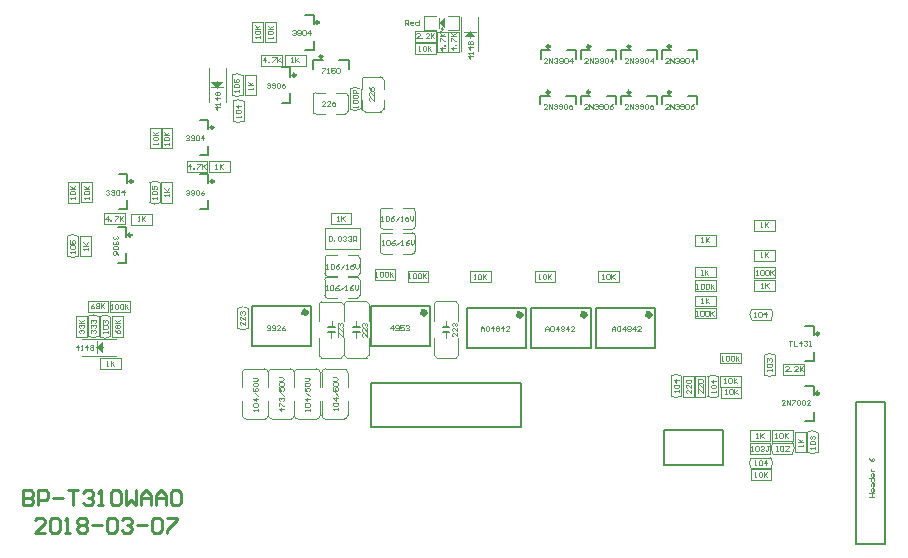
<source format=gto>
%FSLAX25Y25*%
%MOIN*%
G70*
G01*
G75*
%ADD10C,0.00787*%
%ADD11C,0.01181*%
%ADD12C,0.03937*%
%ADD13R,0.01969X0.02362*%
%ADD14R,0.05118X0.03150*%
%ADD15R,0.02362X0.01969*%
%ADD16R,0.03937X0.03543*%
%ADD17R,0.02756X0.04921*%
%ADD18R,0.06693X0.03543*%
%ADD19R,0.06299X0.04921*%
%ADD20O,0.02362X0.05512*%
%ADD21O,0.07874X0.05906*%
%ADD22R,0.07874X0.05906*%
%ADD23R,0.03150X0.05118*%
%ADD24R,0.03150X0.03150*%
%ADD25R,0.04921X0.02756*%
%ADD26R,0.05906X0.11811*%
%ADD27O,0.05906X0.07874*%
%ADD28R,0.05906X0.07874*%
%ADD29R,0.03543X0.03937*%
G04:AMPARAMS|DCode=30|XSize=118.11mil|YSize=59.06mil|CornerRadius=14.76mil|HoleSize=0mil|Usage=FLASHONLY|Rotation=270.000|XOffset=0mil|YOffset=0mil|HoleType=Round|Shape=RoundedRectangle|*
%AMROUNDEDRECTD30*
21,1,0.11811,0.02953,0,0,270.0*
21,1,0.08858,0.05906,0,0,270.0*
1,1,0.02953,-0.01476,-0.04429*
1,1,0.02953,-0.01476,0.04429*
1,1,0.02953,0.01476,0.04429*
1,1,0.02953,0.01476,-0.04429*
%
%ADD30ROUNDEDRECTD30*%
%ADD31C,0.07874*%
%ADD32R,0.30709X0.12598*%
%ADD33R,0.17717X0.18504*%
%ADD34R,0.14173X0.15354*%
%ADD35R,0.09843X0.11417*%
%ADD36C,0.02559*%
G04:AMPARAMS|DCode=37|XSize=39.37mil|YSize=82.68mil|CornerRadius=17.72mil|HoleSize=0mil|Usage=FLASHONLY|Rotation=0.000|XOffset=0mil|YOffset=0mil|HoleType=Round|Shape=RoundedRectangle|*
%AMROUNDEDRECTD37*
21,1,0.03937,0.04724,0,0,0.0*
21,1,0.00394,0.08268,0,0,0.0*
1,1,0.03543,0.00197,-0.02362*
1,1,0.03543,-0.00197,-0.02362*
1,1,0.03543,-0.00197,0.02362*
1,1,0.03543,0.00197,0.02362*
%
%ADD37ROUNDEDRECTD37*%
G04:AMPARAMS|DCode=38|XSize=39.37mil|YSize=62.99mil|CornerRadius=17.72mil|HoleSize=0mil|Usage=FLASHONLY|Rotation=0.000|XOffset=0mil|YOffset=0mil|HoleType=Round|Shape=RoundedRectangle|*
%AMROUNDEDRECTD38*
21,1,0.03937,0.02756,0,0,0.0*
21,1,0.00394,0.06299,0,0,0.0*
1,1,0.03543,0.00197,-0.01378*
1,1,0.03543,-0.00197,-0.01378*
1,1,0.03543,-0.00197,0.01378*
1,1,0.03543,0.00197,0.01378*
%
%ADD38ROUNDEDRECTD38*%
%ADD39C,0.02362*%
%ADD40C,0.00197*%
%ADD41C,0.01969*%
%ADD42R,0.01181X0.03347*%
%ADD43R,0.02362X0.03347*%
%ADD44R,0.05512X0.02362*%
%ADD45R,0.01575X0.04724*%
%ADD46C,0.11811*%
%ADD47C,0.00984*%
%ADD48C,0.00394*%
%ADD49C,0.00500*%
%ADD50C,0.01000*%
G36*
X-76261Y114142D02*
X-78261Y116142D01*
X-74261D01*
X-76261Y114142D01*
D02*
G37*
G36*
X-114469Y25626D02*
X-116469Y27626D01*
X-114469Y29626D01*
Y25626D01*
D02*
G37*
G36*
X9843Y130945D02*
X5843D01*
X7842Y132945D01*
X9843Y130945D01*
D02*
G37*
G36*
X-492Y134065D02*
X-2461Y135738D01*
X-492Y137411D01*
Y134065D01*
D02*
G37*
G36*
X-1260Y132697D02*
X-1929D01*
Y133366D01*
X-1260Y132697D01*
D02*
G37*
D10*
X-82087Y103408D02*
X-79331D01*
Y100259D02*
Y103408D01*
X-82087Y91597D02*
X-79331D01*
Y94747D01*
X-81988Y85433D02*
X-79232D01*
Y82284D02*
Y85433D01*
X-81988Y73622D02*
X-79232D01*
Y76772D01*
X-109010Y85433D02*
X-106254D01*
Y82284D02*
Y85433D01*
X-109010Y73622D02*
X-106254D01*
Y76772D01*
X-30963Y32641D02*
X-28866Y32639D01*
X-30948Y34301D02*
X-28852Y34302D01*
X-39244Y34290D02*
X-37147Y34289D01*
X-39259Y32627D02*
X-37162Y32628D01*
X-64567Y27953D02*
X-44882D01*
X-64567D02*
X-64567Y41339D01*
X-44882Y41339D01*
X-44882D02*
X-44882Y27953D01*
X49902Y27165D02*
X69586D01*
X49902D02*
X49902Y40551D01*
X69586Y40551D01*
X69586D02*
X69586Y27165D01*
X28445D02*
X48130D01*
X28445D02*
X28445Y40551D01*
X48130Y40551D01*
X48130D02*
X48130Y27165D01*
X-24902Y27953D02*
X-5217D01*
X-24902D02*
X-24902Y41339D01*
X-5217Y41339D01*
X-5217D02*
X-5217Y27953D01*
X6988Y27165D02*
X26673D01*
X6988D02*
X6988Y40551D01*
X26673Y40551D01*
X26673D02*
X26673Y27165D01*
X-1042Y32641D02*
X1055Y32639D01*
X-1027Y34301D02*
X1070Y34302D01*
X122539Y2953D02*
Y6102D01*
X119783Y2953D02*
X122539D01*
Y11614D02*
Y14764D01*
X119783D02*
X122539D01*
X122539Y22835D02*
Y25984D01*
X119783Y22835D02*
X122539D01*
Y31496D02*
Y34646D01*
X119783D02*
X122539D01*
X-54694Y120866D02*
X-51939D01*
Y117717D02*
Y120866D01*
X-54694Y109055D02*
X-51939D01*
Y112205D01*
X-46959Y138484D02*
X-44203D01*
Y135335D02*
Y138484D01*
X-46959Y126673D02*
X-44203D01*
Y129823D01*
X-25029Y15707D02*
X24971D01*
X-25029Y943D02*
Y15707D01*
Y943D02*
X24971D01*
Y15707D01*
X72520Y-11811D02*
Y-0D01*
X92283D01*
Y-11811D02*
Y-0D01*
X72520Y-11811D02*
X92283D01*
X31398Y108563D02*
Y111319D01*
X34547D01*
X43209Y108563D02*
Y111319D01*
X40059D02*
X43209D01*
X71850Y123819D02*
Y126575D01*
X75000D01*
X83661Y123819D02*
Y126575D01*
X80512D02*
X83661D01*
X31496Y123819D02*
Y126575D01*
X34646D01*
X43307Y123819D02*
Y126575D01*
X40158D02*
X43307D01*
X71850Y108563D02*
Y111319D01*
X75000D01*
X83661Y108563D02*
Y111319D01*
X80512D02*
X83661D01*
X44882Y108563D02*
Y111319D01*
X48031D01*
X56693Y108563D02*
Y111319D01*
X53543D02*
X56693D01*
X58399Y123819D02*
Y126575D01*
X61549D01*
X70210Y123819D02*
Y126575D01*
X67060D02*
X70210D01*
X44948Y123819D02*
Y126575D01*
X48097D01*
X56759Y123819D02*
Y126575D01*
X53609D02*
X56759D01*
X58366Y108563D02*
Y111319D01*
X61516D01*
X70177Y108563D02*
Y111319D01*
X67028D02*
X70177D01*
X-35630Y123228D02*
X-32480D01*
Y120472D02*
Y123228D01*
X-44291D02*
X-41142D01*
X-44291Y120472D02*
Y123228D01*
X-109449Y67529D02*
X-106693D01*
Y64380D02*
Y67529D01*
X-109449Y55718D02*
X-106693D01*
Y58868D01*
D40*
X-115497Y31135D02*
G03*
X-111915Y31144I1784J2596D01*
G01*
X-111964Y37724D02*
G03*
X-115494Y37749I-1784J-2596D01*
G01*
X-115802Y37861D02*
G03*
X-119384Y37852I-1784J-2596D01*
G01*
X-119335Y31272D02*
G03*
X-115805Y31247I1784J2596D01*
G01*
X-98863Y75820D02*
G03*
X-95281Y75830I1784J2596D01*
G01*
X-95330Y82409D02*
G03*
X-98860Y82434I-1784J-2596D01*
G01*
X-126226Y58014D02*
G03*
X-122644Y58024I1784J2596D01*
G01*
X-122693Y64603D02*
G03*
X-126223Y64629I-1784J-2596D01*
G01*
X-69532Y33930D02*
G03*
X-66002Y33905I1784J2596D01*
G01*
X-65999Y40519D02*
G03*
X-69581Y40509I-1784J-2596D01*
G01*
X120242Y-7383D02*
G03*
X123824Y-7373I1784J2596D01*
G01*
X123775Y-794D02*
G03*
X120245Y-768I-1784J-2596D01*
G01*
X108909Y-4246D02*
G03*
X108919Y-7829I2596J-1784D01*
G01*
X115498Y-7780D02*
G03*
X115524Y-4249I-2596J1784D01*
G01*
X108254Y-12799D02*
G03*
X108245Y-9217I-2596J1784D01*
G01*
X101665Y-9266D02*
G03*
X101640Y-12796I2596J-1784D01*
G01*
X74857Y11351D02*
G03*
X78439Y11361I1784J2596D01*
G01*
X78391Y17940D02*
G03*
X74860Y17966I-1784J-2596D01*
G01*
X90792Y17783D02*
G03*
X87210Y17773I-1784J-2596D01*
G01*
X87259Y11194D02*
G03*
X90789Y11168I1784J2596D01*
G01*
X109591Y24968D02*
G03*
X106009Y24958I-1784J-2596D01*
G01*
X106058Y18379D02*
G03*
X109589Y18353I1784J2596D01*
G01*
X101804Y40300D02*
G03*
X101814Y36718I2596J-1784D01*
G01*
X108393Y36767D02*
G03*
X108418Y40297I-2596J1784D01*
G01*
X-32131Y107020D02*
G03*
X-28549Y107030I1784J2596D01*
G01*
X-28598Y113610D02*
G03*
X-32128Y113635I-1784J-2596D01*
G01*
X-71113Y102985D02*
G03*
X-67531Y102995I1784J2596D01*
G01*
X-67580Y109574D02*
G03*
X-71110Y109599I-1784J-2596D01*
G01*
X-71471Y111646D02*
G03*
X-67889Y111656I1784J2596D01*
G01*
X-67938Y118236D02*
G03*
X-71468Y118261I-1784J-2596D01*
G01*
X-115236Y20444D02*
Y24035D01*
Y20444D02*
X-108411D01*
Y24044D01*
X-115211D02*
X-108411D01*
X-111347Y37874D02*
X-107756D01*
X-111347Y31049D02*
Y37874D01*
Y31049D02*
X-107747D01*
Y37849D01*
X-115497Y31154D02*
X-115497Y37751D01*
X-111897Y31233D02*
X-111897Y37677D01*
X-115802Y31245D02*
X-115802Y37842D01*
X-119403Y31319D02*
X-119402Y37763D01*
X-123248Y31122D02*
X-119657D01*
Y37947D01*
X-123257D02*
X-119657D01*
X-123257Y31147D02*
Y37947D01*
X-112185Y39440D02*
Y43031D01*
Y39440D02*
X-105360D01*
Y43040D01*
X-112160D02*
X-105360D01*
X-119468Y39440D02*
Y43031D01*
Y39440D02*
X-112643D01*
Y43040D01*
X-119443D02*
X-112643D01*
X-98764Y100669D02*
X-95173D01*
X-98764Y93844D02*
Y100669D01*
Y93844D02*
X-95165D01*
Y100644D01*
X-94835Y100669D02*
X-91243D01*
X-94835Y93844D02*
Y100669D01*
Y93844D02*
X-91235D01*
Y100644D01*
X-79016Y86094D02*
Y89685D01*
Y86094D02*
X-72190D01*
Y89694D01*
X-78991D02*
X-72190D01*
X-79646Y86102D02*
Y89694D01*
X-86471D02*
X-79646D01*
X-86471Y86094D02*
Y89694D01*
Y86094D02*
X-79671D01*
X-94924Y75709D02*
X-91333D01*
Y82534D01*
X-94933D02*
X-91333D01*
X-94933Y75734D02*
Y82534D01*
X-98863Y75839D02*
X-98863Y82436D01*
X-95263Y75918D02*
X-95263Y82362D01*
X-105000Y68476D02*
Y72067D01*
Y68476D02*
X-98175D01*
Y72076D01*
X-104975D02*
X-98175D01*
X-107205Y68583D02*
Y72174D01*
X-114030D02*
X-107205D01*
X-114030Y68574D02*
Y72174D01*
Y68574D02*
X-107230D01*
X-121636Y82702D02*
X-118045D01*
X-121636Y75877D02*
Y82702D01*
Y75877D02*
X-118036D01*
Y82677D01*
X-126120Y82559D02*
X-122528D01*
X-126120Y75734D02*
Y82559D01*
Y75734D02*
X-122520D01*
Y82534D01*
X-126226Y58034D02*
X-126226Y64631D01*
X-122626Y58113D02*
X-122625Y64557D01*
X-121871Y57903D02*
X-118279D01*
Y64728D01*
X-121879D02*
X-118279D01*
X-121879Y57928D02*
Y64728D01*
X-31614Y68583D02*
Y72174D01*
X-38439D02*
X-31614D01*
X-38439Y68574D02*
Y72174D01*
Y68574D02*
X-31639D01*
X-69600Y33976D02*
X-69599Y40420D01*
X-65999Y33902D02*
X-65999Y40499D01*
X57559Y49291D02*
Y52883D01*
X50734D02*
X57559D01*
X50734Y49283D02*
Y52883D01*
Y49283D02*
X57534D01*
X36299Y49291D02*
Y52883D01*
X29474D02*
X36299D01*
X29474Y49283D02*
Y52883D01*
Y49283D02*
X36274D01*
X14941Y49291D02*
Y52883D01*
X8116D02*
X14941D01*
X8116Y49283D02*
Y52883D01*
Y49283D02*
X14916D01*
X-17047Y50079D02*
Y53670D01*
X-23872D02*
X-17047D01*
X-23872Y50070D02*
Y53670D01*
Y50070D02*
X-17072D01*
X-12874Y49479D02*
Y53071D01*
Y49479D02*
X-6049D01*
Y53079D01*
X-12849D02*
X-6049D01*
X120242Y-7363D02*
X120242Y-766D01*
X123842Y-7284D02*
X123842Y-840D01*
X116329Y-7494D02*
X119921D01*
Y-668D01*
X116321D02*
X119921D01*
X116321Y-7468D02*
Y-668D01*
X108700Y-3700D02*
Y-109D01*
Y-3700D02*
X115525D01*
Y-100D01*
X108725D02*
X115525D01*
X108929Y-4246D02*
X115526Y-4247D01*
X109008Y-7846D02*
X115452Y-7847D01*
X101515Y-16721D02*
Y-13129D01*
Y-16721D02*
X108340D01*
Y-13121D01*
X101540D02*
X108340D01*
X101638Y-12799D02*
X108235Y-12799D01*
X101712Y-9199D02*
X108156Y-9199D01*
X101235Y-8075D02*
Y-4484D01*
Y-8075D02*
X108061D01*
Y-4475D01*
X101261D02*
X108061D01*
X101220Y-3700D02*
Y-109D01*
Y-3700D02*
X108045D01*
Y-100D01*
X101245D02*
X108045D01*
X74857Y11371D02*
X74857Y17968D01*
X78457Y11450D02*
X78458Y17894D01*
X78917Y11142D02*
X82509D01*
Y17967D01*
X78909D02*
X82509D01*
X78909Y11167D02*
Y17967D01*
X82846Y11167D02*
Y17967D01*
X86446D01*
Y11142D02*
Y17967D01*
X82854Y11142D02*
X86446D01*
X90792Y11166D02*
X90792Y17763D01*
X87192Y11240D02*
X87192Y17684D01*
X98307Y10807D02*
Y14398D01*
X91482D02*
X98307D01*
X91482Y10798D02*
Y14398D01*
Y10798D02*
X98282D01*
X91457Y14440D02*
Y18032D01*
Y14440D02*
X98282D01*
Y18040D01*
X91482D02*
X98282D01*
X91457Y22216D02*
Y25807D01*
Y22216D02*
X98282D01*
Y25816D01*
X91482D02*
X98282D01*
X109591Y18351D02*
X109591Y24948D01*
X105991Y18425D02*
X105991Y24869D01*
X112421Y18476D02*
Y22067D01*
Y18476D02*
X119246D01*
Y22076D01*
X112446D02*
X119246D01*
X101824Y40300D02*
X108421Y40300D01*
X101902Y36700D02*
X108346Y36700D01*
X102776Y46330D02*
Y49921D01*
Y46330D02*
X109601D01*
Y49930D01*
X102801D02*
X109601D01*
Y50768D02*
Y54359D01*
X102776D02*
X109601D01*
X102776Y50759D02*
Y54359D01*
Y50759D02*
X109575D01*
X109601Y56378D02*
Y59969D01*
X102776D02*
X109601D01*
X102776Y56369D02*
Y59969D01*
Y56369D02*
X109575D01*
X102776Y66409D02*
Y70000D01*
Y66409D02*
X109601D01*
Y70009D01*
X102801D02*
X109601D01*
X89842Y37185D02*
Y40776D01*
X83017D02*
X89842D01*
X83017Y37176D02*
Y40776D01*
Y37176D02*
X89817D01*
X89842Y41221D02*
Y44812D01*
X83017D02*
X89842D01*
X83017Y41212D02*
Y44812D01*
Y41212D02*
X89817D01*
X89842Y46240D02*
Y49832D01*
X83017D02*
X89842D01*
X83017Y46231D02*
Y49832D01*
Y46231D02*
X89817D01*
X89842Y50866D02*
Y54457D01*
X83017D02*
X89842D01*
X83017Y50858D02*
Y54457D01*
Y50858D02*
X89817D01*
X89842Y61417D02*
Y65009D01*
X83017D02*
X89842D01*
X83017Y61409D02*
Y65009D01*
Y61409D02*
X89817D01*
X768Y125970D02*
X4359D01*
Y132795D01*
X759D02*
X4359D01*
X759Y125995D02*
Y132795D01*
X-3080D02*
X512D01*
X-3080Y125970D02*
Y132795D01*
Y125970D02*
X520D01*
Y132770D01*
X-3464Y129311D02*
Y132902D01*
X-10290D02*
X-3464D01*
X-10290Y129302D02*
Y132902D01*
Y129302D02*
X-3490D01*
X-10191Y129064D02*
X-3391D01*
Y125464D02*
Y129064D01*
X-10216Y125464D02*
X-3391D01*
X-10216D02*
Y129055D01*
X-32131Y107040D02*
X-32131Y113637D01*
X-28531Y107119D02*
X-28530Y113563D01*
X-71113Y103005D02*
X-71113Y109602D01*
X-67513Y103084D02*
X-67512Y109528D01*
X-67014Y111535D02*
X-63423D01*
Y118361D01*
X-67023D02*
X-63423D01*
X-67023Y111561D02*
Y118361D01*
X-71471Y111666D02*
X-71471Y118263D01*
X-67871Y111745D02*
X-67870Y118189D01*
X-54808Y121432D02*
Y125024D01*
X-61633D02*
X-54808D01*
X-61633Y121424D02*
Y125024D01*
Y121424D02*
X-54833D01*
X-53584D02*
Y125015D01*
Y121424D02*
X-46758D01*
Y125024D01*
X-53558D02*
X-46758D01*
X-64572Y136004D02*
X-60981D01*
X-64572Y129179D02*
Y136004D01*
Y129179D02*
X-60972D01*
Y135979D01*
X-60327Y136004D02*
X-56735D01*
X-60327Y129179D02*
Y136004D01*
Y129179D02*
X-56727D01*
Y135979D01*
X-9200Y126400D02*
X-8636D01*
X-8918D01*
Y128092D01*
X-9200Y127810D01*
X-7790D02*
X-7508Y128092D01*
X-6944D01*
X-6662Y127810D01*
Y126682D01*
X-6944Y126400D01*
X-7508D01*
X-7790Y126682D01*
Y127810D01*
X-6097Y128092D02*
Y126400D01*
Y126964D01*
X-4969Y128092D01*
X-5815Y127246D01*
X-4969Y126400D01*
X-113400Y79810D02*
X-113118Y80092D01*
X-112554D01*
X-112272Y79810D01*
Y79528D01*
X-112554Y79246D01*
X-112836D01*
X-112554D01*
X-112272Y78964D01*
Y78682D01*
X-112554Y78400D01*
X-113118D01*
X-113400Y78682D01*
X-111708D02*
X-111426Y78400D01*
X-110862D01*
X-110579Y78682D01*
Y79810D01*
X-110862Y80092D01*
X-111426D01*
X-111708Y79810D01*
Y79528D01*
X-111426Y79246D01*
X-110579D01*
X-110015Y79810D02*
X-109733Y80092D01*
X-109169D01*
X-108887Y79810D01*
Y78682D01*
X-109169Y78400D01*
X-109733D01*
X-110015Y78682D01*
Y79810D01*
X-107477Y78400D02*
Y80092D01*
X-108323Y79246D01*
X-107195D01*
X-110392Y33328D02*
X-110110Y32764D01*
X-109546Y32200D01*
X-108982D01*
X-108700Y32482D01*
Y33046D01*
X-108982Y33328D01*
X-109264D01*
X-109546Y33046D01*
Y32200D01*
X-110110Y33892D02*
X-110392Y34174D01*
Y34738D01*
X-110110Y35021D01*
X-109828D01*
X-109546Y34738D01*
X-109264Y35021D01*
X-108982D01*
X-108700Y34738D01*
Y34174D01*
X-108982Y33892D01*
X-109264D01*
X-109546Y34174D01*
X-109828Y33892D01*
X-110110D01*
X-109546Y34174D02*
Y34738D01*
X-110392Y35585D02*
X-108700D01*
X-109264D01*
X-110392Y36713D01*
X-109546Y35867D01*
X-108700Y36713D01*
X-117272Y42192D02*
X-117836Y41910D01*
X-118400Y41346D01*
Y40782D01*
X-118118Y40500D01*
X-117554D01*
X-117272Y40782D01*
Y41064D01*
X-117554Y41346D01*
X-118400D01*
X-116708Y41910D02*
X-116426Y42192D01*
X-115861D01*
X-115579Y41910D01*
Y41628D01*
X-115861Y41346D01*
X-115579Y41064D01*
Y40782D01*
X-115861Y40500D01*
X-116426D01*
X-116708Y40782D01*
Y41064D01*
X-116426Y41346D01*
X-116708Y41628D01*
Y41910D01*
X-116426Y41346D02*
X-115861D01*
X-115015Y42192D02*
Y40500D01*
Y41064D01*
X-113887Y42192D01*
X-114733Y41346D01*
X-113887Y40500D01*
X-111800Y40400D02*
X-111236D01*
X-111518D01*
Y42092D01*
X-111800Y41810D01*
X-110390D02*
X-110108Y42092D01*
X-109544D01*
X-109262Y41810D01*
Y40682D01*
X-109544Y40400D01*
X-110108D01*
X-110390Y40682D01*
Y41810D01*
X-108697D02*
X-108415Y42092D01*
X-107851D01*
X-107569Y41810D01*
Y40682D01*
X-107851Y40400D01*
X-108415D01*
X-108697Y40682D01*
Y41810D01*
X-107005Y42092D02*
Y40400D01*
Y40964D01*
X-105877Y42092D01*
X-106723Y41246D01*
X-105877Y40400D01*
X-122110Y32300D02*
X-122392Y32582D01*
Y33146D01*
X-122110Y33428D01*
X-121828D01*
X-121546Y33146D01*
Y32864D01*
Y33146D01*
X-121264Y33428D01*
X-120982D01*
X-120700Y33146D01*
Y32582D01*
X-120982Y32300D01*
X-122110Y33992D02*
X-122392Y34274D01*
Y34839D01*
X-122110Y35121D01*
X-121828D01*
X-121546Y34839D01*
Y34556D01*
Y34839D01*
X-121264Y35121D01*
X-120982D01*
X-120700Y34839D01*
Y34274D01*
X-120982Y33992D01*
X-122392Y35685D02*
X-120700D01*
X-121264D01*
X-122392Y36813D01*
X-121546Y35967D01*
X-120700Y36813D01*
X-113200Y21400D02*
X-112636D01*
X-112918D01*
Y23092D01*
X-113200Y22810D01*
X-111790Y23092D02*
Y21400D01*
Y21964D01*
X-110661Y23092D01*
X-111508Y22246D01*
X-110661Y21400D01*
X112928Y8400D02*
X111800D01*
X112928Y9528D01*
Y9810D01*
X112646Y10092D01*
X112082D01*
X111800Y9810D01*
X113492Y8400D02*
Y10092D01*
X114621Y8400D01*
Y10092D01*
X115185D02*
X116313D01*
Y9810D01*
X115185Y8682D01*
Y8400D01*
X116877Y9810D02*
X117159Y10092D01*
X117723D01*
X118005Y9810D01*
Y8682D01*
X117723Y8400D01*
X117159D01*
X116877Y8682D01*
Y9810D01*
X118569D02*
X118851Y10092D01*
X119416D01*
X119698Y9810D01*
Y8682D01*
X119416Y8400D01*
X118851D01*
X118569Y8682D01*
Y9810D01*
X121390Y8400D02*
X120262D01*
X121390Y9528D01*
Y9810D01*
X121108Y10092D01*
X120544D01*
X120262Y9810D01*
X-122654Y26700D02*
Y28392D01*
X-123500Y27546D01*
X-122372D01*
X-121808Y26700D02*
X-121244D01*
X-121526D01*
Y28392D01*
X-121808Y28110D01*
X-119551Y26700D02*
Y28392D01*
X-120397Y27546D01*
X-119269D01*
X-118705Y28110D02*
X-118423Y28392D01*
X-117859D01*
X-117577Y28110D01*
Y27828D01*
X-117859Y27546D01*
X-117577Y27264D01*
Y26982D01*
X-117859Y26700D01*
X-118423D01*
X-118705Y26982D01*
Y27264D01*
X-118423Y27546D01*
X-118705Y27828D01*
Y28110D01*
X-118423Y27546D02*
X-117859D01*
X-118210Y32300D02*
X-118492Y32582D01*
Y33146D01*
X-118210Y33428D01*
X-117928D01*
X-117646Y33146D01*
Y32864D01*
Y33146D01*
X-117364Y33428D01*
X-117082D01*
X-116800Y33146D01*
Y32582D01*
X-117082Y32300D01*
X-118210Y33992D02*
X-118492Y34274D01*
Y34839D01*
X-118210Y35121D01*
X-117928D01*
X-117646Y34839D01*
Y34556D01*
Y34839D01*
X-117364Y35121D01*
X-117082D01*
X-116800Y34839D01*
Y34274D01*
X-117082Y33992D01*
X-118210Y35685D02*
X-118492Y35967D01*
Y36531D01*
X-118210Y36813D01*
X-117928D01*
X-117646Y36531D01*
Y36249D01*
Y36531D01*
X-117364Y36813D01*
X-117082D01*
X-116800Y36531D01*
Y35967D01*
X-117082Y35685D01*
X-112800Y32300D02*
Y32864D01*
Y32582D01*
X-114492D01*
X-114210Y32300D01*
Y33710D02*
X-114492Y33992D01*
Y34556D01*
X-114210Y34839D01*
X-113082D01*
X-112800Y34556D01*
Y33992D01*
X-113082Y33710D01*
X-114210D01*
Y35403D02*
X-114492Y35685D01*
Y36249D01*
X-114210Y36531D01*
X-113928D01*
X-113646Y36249D01*
Y35967D01*
Y36249D01*
X-113364Y36531D01*
X-113082D01*
X-112800Y36249D01*
Y35685D01*
X-113082Y35403D01*
X-36300Y69700D02*
X-35736D01*
X-36018D01*
Y71392D01*
X-36300Y71110D01*
X-34890Y71392D02*
Y69700D01*
Y70264D01*
X-33762Y71392D01*
X-34608Y70546D01*
X-33762Y69700D01*
X-39200Y64310D02*
X-38918Y64592D01*
X-38354D01*
X-38072Y64310D01*
Y63182D01*
X-38354Y62900D01*
X-38918D01*
X-39200Y63182D01*
Y64310D01*
X-37508Y62900D02*
Y63182D01*
X-37226D01*
Y62900D01*
X-37508D01*
X-36097Y64310D02*
X-35815Y64592D01*
X-35251D01*
X-34969Y64310D01*
Y63182D01*
X-35251Y62900D01*
X-35815D01*
X-36097Y63182D01*
Y64310D01*
X-34405D02*
X-34123Y64592D01*
X-33559D01*
X-33277Y64310D01*
Y64028D01*
X-33559Y63746D01*
X-33841D01*
X-33559D01*
X-33277Y63464D01*
Y63182D01*
X-33559Y62900D01*
X-34123D01*
X-34405Y63182D01*
X-32713Y64310D02*
X-32431Y64592D01*
X-31866D01*
X-31584Y64310D01*
Y64028D01*
X-31866Y63746D01*
X-32149D01*
X-31866D01*
X-31584Y63464D01*
Y63182D01*
X-31866Y62900D01*
X-32431D01*
X-32713Y63182D01*
X-31020Y62900D02*
Y64592D01*
X-30174D01*
X-29892Y64310D01*
Y63746D01*
X-30174Y63464D01*
X-31020D01*
X-30456D02*
X-29892Y62900D01*
X-86800Y97910D02*
X-86518Y98192D01*
X-85954D01*
X-85672Y97910D01*
Y97628D01*
X-85954Y97346D01*
X-86236D01*
X-85954D01*
X-85672Y97064D01*
Y96782D01*
X-85954Y96500D01*
X-86518D01*
X-86800Y96782D01*
X-85108D02*
X-84826Y96500D01*
X-84262D01*
X-83979Y96782D01*
Y97910D01*
X-84262Y98192D01*
X-84826D01*
X-85108Y97910D01*
Y97628D01*
X-84826Y97346D01*
X-83979D01*
X-83415Y97910D02*
X-83133Y98192D01*
X-82569D01*
X-82287Y97910D01*
Y96782D01*
X-82569Y96500D01*
X-83133D01*
X-83415Y96782D01*
Y97910D01*
X-80877Y96500D02*
Y98192D01*
X-81723Y97346D01*
X-80595D01*
X-51300Y133010D02*
X-51018Y133292D01*
X-50454D01*
X-50172Y133010D01*
Y132728D01*
X-50454Y132446D01*
X-50736D01*
X-50454D01*
X-50172Y132164D01*
Y131882D01*
X-50454Y131600D01*
X-51018D01*
X-51300Y131882D01*
X-49608D02*
X-49326Y131600D01*
X-48761D01*
X-48479Y131882D01*
Y133010D01*
X-48761Y133292D01*
X-49326D01*
X-49608Y133010D01*
Y132728D01*
X-49326Y132446D01*
X-48479D01*
X-47915Y133010D02*
X-47633Y133292D01*
X-47069D01*
X-46787Y133010D01*
Y131882D01*
X-47069Y131600D01*
X-47633D01*
X-47915Y131882D01*
Y133010D01*
X-45377Y131600D02*
Y133292D01*
X-46223Y132446D01*
X-45095D01*
X-59800Y115410D02*
X-59518Y115692D01*
X-58954D01*
X-58672Y115410D01*
Y115128D01*
X-58954Y114846D01*
X-59236D01*
X-58954D01*
X-58672Y114564D01*
Y114282D01*
X-58954Y114000D01*
X-59518D01*
X-59800Y114282D01*
X-58108D02*
X-57826Y114000D01*
X-57262D01*
X-56979Y114282D01*
Y115410D01*
X-57262Y115692D01*
X-57826D01*
X-58108Y115410D01*
Y115128D01*
X-57826Y114846D01*
X-56979D01*
X-56415Y115410D02*
X-56133Y115692D01*
X-55569D01*
X-55287Y115410D01*
Y114282D01*
X-55569Y114000D01*
X-56133D01*
X-56415Y114282D01*
Y115410D01*
X-53595Y115692D02*
X-54159Y115410D01*
X-54723Y114846D01*
Y114282D01*
X-54441Y114000D01*
X-53877D01*
X-53595Y114282D01*
Y114564D01*
X-53877Y114846D01*
X-54723D01*
X-109586Y64692D02*
X-109304Y64410D01*
Y63845D01*
X-109586Y63563D01*
X-109868D01*
X-110150Y63845D01*
Y64127D01*
Y63845D01*
X-110432Y63563D01*
X-110714D01*
X-110996Y63845D01*
Y64410D01*
X-110714Y64692D01*
Y62999D02*
X-110996Y62717D01*
Y62153D01*
X-110714Y61871D01*
X-109586D01*
X-109304Y62153D01*
Y62717D01*
X-109586Y62999D01*
X-109868D01*
X-110150Y62717D01*
Y61871D01*
X-109586Y61307D02*
X-109304Y61025D01*
Y60461D01*
X-109586Y60179D01*
X-110714D01*
X-110996Y60461D01*
Y61025D01*
X-110714Y61307D01*
X-109586D01*
X-109304Y58486D02*
X-109586Y59050D01*
X-110150Y59614D01*
X-110714D01*
X-110996Y59332D01*
Y58768D01*
X-110714Y58486D01*
X-110432D01*
X-110150Y58768D01*
Y59614D01*
X-86800Y79710D02*
X-86518Y79992D01*
X-85954D01*
X-85672Y79710D01*
Y79428D01*
X-85954Y79146D01*
X-86236D01*
X-85954D01*
X-85672Y78864D01*
Y78582D01*
X-85954Y78300D01*
X-86518D01*
X-86800Y78582D01*
X-85108D02*
X-84826Y78300D01*
X-84262D01*
X-83979Y78582D01*
Y79710D01*
X-84262Y79992D01*
X-84826D01*
X-85108Y79710D01*
Y79428D01*
X-84826Y79146D01*
X-83979D01*
X-83415Y79710D02*
X-83133Y79992D01*
X-82569D01*
X-82287Y79710D01*
Y78582D01*
X-82569Y78300D01*
X-83133D01*
X-83415Y78582D01*
Y79710D01*
X-80595Y79992D02*
X-81159Y79710D01*
X-81723Y79146D01*
Y78582D01*
X-81441Y78300D01*
X-80877D01*
X-80595Y78582D01*
Y78864D01*
X-80877Y79146D01*
X-81723D01*
X-41396Y120584D02*
X-40268D01*
Y120302D01*
X-41396Y119174D01*
Y118892D01*
X-39704D02*
X-39140D01*
X-39422D01*
Y120584D01*
X-39704Y120302D01*
X-37165Y120584D02*
X-38294D01*
Y119738D01*
X-37729Y120020D01*
X-37448D01*
X-37165Y119738D01*
Y119174D01*
X-37448Y118892D01*
X-38012D01*
X-38294Y119174D01*
X-36601Y120302D02*
X-36319Y120584D01*
X-35755D01*
X-35473Y120302D01*
Y119174D01*
X-35755Y118892D01*
X-36319D01*
X-36601Y119174D01*
Y120302D01*
X114200Y29792D02*
X115328D01*
X114764D01*
Y28100D01*
X115892Y29792D02*
Y28100D01*
X117021D01*
X118431D02*
Y29792D01*
X117585Y28946D01*
X118713D01*
X119277Y29510D02*
X119559Y29792D01*
X120123D01*
X120405Y29510D01*
Y29228D01*
X120123Y28946D01*
X119841D01*
X120123D01*
X120405Y28664D01*
Y28382D01*
X120123Y28100D01*
X119559D01*
X119277Y28382D01*
X120969Y28100D02*
X121534D01*
X121251D01*
Y29792D01*
X120969Y29510D01*
X101700Y-7100D02*
X102264D01*
X101982D01*
Y-5408D01*
X101700Y-5690D01*
X103110D02*
X103392Y-5408D01*
X103956D01*
X104238Y-5690D01*
Y-6818D01*
X103956Y-7100D01*
X103392D01*
X103110Y-6818D01*
Y-5690D01*
X104803D02*
X105085Y-5408D01*
X105649D01*
X105931Y-5690D01*
Y-5972D01*
X105649Y-6254D01*
X105367D01*
X105649D01*
X105931Y-6536D01*
Y-6818D01*
X105649Y-7100D01*
X105085D01*
X104803Y-6818D01*
X107623Y-5408D02*
X107059D01*
X107341D01*
Y-6818D01*
X107059Y-7100D01*
X106777D01*
X106495Y-6818D01*
X105000Y47400D02*
X105564D01*
X105282D01*
Y49092D01*
X105000Y48810D01*
X106410Y49092D02*
Y47400D01*
Y47964D01*
X107538Y49092D01*
X106692Y48246D01*
X107538Y47400D01*
X103300Y51700D02*
X103864D01*
X103582D01*
Y53392D01*
X103300Y53110D01*
X104710D02*
X104992Y53392D01*
X105556D01*
X105839Y53110D01*
Y51982D01*
X105556Y51700D01*
X104992D01*
X104710Y51982D01*
Y53110D01*
X106403D02*
X106685Y53392D01*
X107249D01*
X107531Y53110D01*
Y51982D01*
X107249Y51700D01*
X106685D01*
X106403Y51982D01*
Y53110D01*
X108095Y53392D02*
Y51700D01*
Y52264D01*
X109223Y53392D01*
X108377Y52546D01*
X109223Y51700D01*
X104800Y57500D02*
X105364D01*
X105082D01*
Y59192D01*
X104800Y58910D01*
X106210Y59192D02*
Y57500D01*
Y58064D01*
X107339Y59192D01*
X106492Y58346D01*
X107339Y57500D01*
X104800Y67500D02*
X105364D01*
X105082D01*
Y69192D01*
X104800Y68910D01*
X106210Y69192D02*
Y67500D01*
Y68064D01*
X107339Y69192D01*
X106492Y68346D01*
X107339Y67500D01*
X91800Y23100D02*
X92364D01*
X92082D01*
Y24792D01*
X91800Y24510D01*
X93210D02*
X93492Y24792D01*
X94056D01*
X94339Y24510D01*
Y23382D01*
X94056Y23100D01*
X93492D01*
X93210Y23382D01*
Y24510D01*
X94903D02*
X95185Y24792D01*
X95749D01*
X96031Y24510D01*
Y23382D01*
X95749Y23100D01*
X95185D01*
X94903Y23382D01*
Y24510D01*
X96595Y24792D02*
Y23100D01*
Y23664D01*
X97723Y24792D01*
X96877Y23946D01*
X97723Y23100D01*
X85100Y62500D02*
X85664D01*
X85382D01*
Y64192D01*
X85100Y63910D01*
X86510Y64192D02*
Y62500D01*
Y63064D01*
X87638Y64192D01*
X86792Y63346D01*
X87638Y62500D01*
X83400Y47100D02*
X83964D01*
X83682D01*
Y48792D01*
X83400Y48510D01*
X84810D02*
X85092Y48792D01*
X85656D01*
X85939Y48510D01*
Y47382D01*
X85656Y47100D01*
X85092D01*
X84810Y47382D01*
Y48510D01*
X86503D02*
X86785Y48792D01*
X87349D01*
X87631Y48510D01*
Y47382D01*
X87349Y47100D01*
X86785D01*
X86503Y47382D01*
Y48510D01*
X88195Y48792D02*
Y47100D01*
Y47664D01*
X89323Y48792D01*
X88477Y47946D01*
X89323Y47100D01*
X-118900Y77100D02*
Y77664D01*
Y77382D01*
X-120592D01*
X-120310Y77100D01*
Y78510D02*
X-120592Y78792D01*
Y79356D01*
X-120310Y79638D01*
X-119182D01*
X-118900Y79356D01*
Y78792D01*
X-119182Y78510D01*
X-120310D01*
X-120592Y80203D02*
X-118900D01*
X-119464D01*
X-120592Y81331D01*
X-119746Y80485D01*
X-118900Y81331D01*
X-92400Y95100D02*
Y95664D01*
Y95382D01*
X-94092D01*
X-93810Y95100D01*
Y96510D02*
X-94092Y96792D01*
Y97356D01*
X-93810Y97638D01*
X-92682D01*
X-92400Y97356D01*
Y96792D01*
X-92682Y96510D01*
X-93810D01*
X-94092Y98203D02*
X-92400D01*
X-92964D01*
X-94092Y99331D01*
X-93246Y98485D01*
X-92400Y99331D01*
X84900Y51800D02*
X85464D01*
X85182D01*
Y53492D01*
X84900Y53210D01*
X86310Y53492D02*
Y51800D01*
Y52364D01*
X87438Y53492D01*
X86592Y52646D01*
X87438Y51800D01*
X85100Y42300D02*
X85664D01*
X85382D01*
Y43992D01*
X85100Y43710D01*
X86510Y43992D02*
Y42300D01*
Y42864D01*
X87638Y43992D01*
X86792Y43146D01*
X87638Y42300D01*
X83300Y38100D02*
X83864D01*
X83582D01*
Y39792D01*
X83300Y39510D01*
X84710D02*
X84992Y39792D01*
X85557D01*
X85839Y39510D01*
Y38382D01*
X85557Y38100D01*
X84992D01*
X84710Y38382D01*
Y39510D01*
X86403D02*
X86685Y39792D01*
X87249D01*
X87531Y39510D01*
Y38382D01*
X87249Y38100D01*
X86685D01*
X86403Y38382D01*
Y39510D01*
X88095Y39792D02*
Y38100D01*
Y38664D01*
X89223Y39792D01*
X88377Y38946D01*
X89223Y38100D01*
X-123600Y77100D02*
Y77664D01*
Y77382D01*
X-125292D01*
X-125010Y77100D01*
Y78510D02*
X-125292Y78792D01*
Y79356D01*
X-125010Y79638D01*
X-123882D01*
X-123600Y79356D01*
Y78792D01*
X-123882Y78510D01*
X-125010D01*
X-125292Y80203D02*
X-123600D01*
X-124164D01*
X-125292Y81331D01*
X-124446Y80485D01*
X-123600Y81331D01*
X-96100Y95200D02*
Y95764D01*
Y95482D01*
X-97792D01*
X-97510Y95200D01*
Y96610D02*
X-97792Y96892D01*
Y97457D01*
X-97510Y97738D01*
X-96382D01*
X-96100Y97457D01*
Y96892D01*
X-96382Y96610D01*
X-97510D01*
X-97792Y98303D02*
X-96100D01*
X-96664D01*
X-97792Y99431D01*
X-96946Y98585D01*
X-96100Y99431D01*
X-60254Y122500D02*
Y124192D01*
X-61100Y123346D01*
X-59972D01*
X-59408Y122500D02*
Y122782D01*
X-59126D01*
Y122500D01*
X-59408D01*
X-57997Y124192D02*
X-56869D01*
Y123910D01*
X-57997Y122782D01*
Y122500D01*
X-56305Y124192D02*
Y122500D01*
Y123064D01*
X-55177Y124192D01*
X-56023Y123346D01*
X-55177Y122500D01*
X-112754Y69600D02*
Y71292D01*
X-113600Y70446D01*
X-112472D01*
X-111908Y69600D02*
Y69882D01*
X-111626D01*
Y69600D01*
X-111908D01*
X-110497Y71292D02*
X-109369D01*
Y71010D01*
X-110497Y69882D01*
Y69600D01*
X-108805Y71292D02*
Y69600D01*
Y70164D01*
X-107677Y71292D01*
X-108523Y70446D01*
X-107677Y69600D01*
X-85254Y87100D02*
Y88792D01*
X-86100Y87946D01*
X-84972D01*
X-84408Y87100D02*
Y87382D01*
X-84126D01*
Y87100D01*
X-84408D01*
X-82997Y88792D02*
X-81869D01*
Y88510D01*
X-82997Y87382D01*
Y87100D01*
X-81305Y88792D02*
Y87100D01*
Y87664D01*
X-80177Y88792D01*
X-81023Y87946D01*
X-80177Y87100D01*
X-57800Y130500D02*
Y131064D01*
Y130782D01*
X-59492D01*
X-59210Y130500D01*
Y131910D02*
X-59492Y132192D01*
Y132756D01*
X-59210Y133038D01*
X-58082D01*
X-57800Y132756D01*
Y132192D01*
X-58082Y131910D01*
X-59210D01*
X-59492Y133603D02*
X-57800D01*
X-58364D01*
X-59492Y134731D01*
X-58646Y133885D01*
X-57800Y134731D01*
X-62100Y130600D02*
Y131164D01*
Y130882D01*
X-63792D01*
X-63510Y130600D01*
Y132010D02*
X-63792Y132292D01*
Y132857D01*
X-63510Y133139D01*
X-62382D01*
X-62100Y132857D01*
Y132292D01*
X-62382Y132010D01*
X-63510D01*
X-63792Y133703D02*
X-62100D01*
X-62664D01*
X-63792Y134831D01*
X-62946Y133985D01*
X-62100Y134831D01*
X-119300Y60000D02*
Y60564D01*
Y60282D01*
X-120992D01*
X-120710Y60000D01*
X-120992Y61410D02*
X-119300D01*
X-119864D01*
X-120992Y62538D01*
X-120146Y61692D01*
X-119300Y62538D01*
X-92300Y78000D02*
Y78564D01*
Y78282D01*
X-93992D01*
X-93710Y78000D01*
X-93992Y79410D02*
X-92300D01*
X-92864D01*
X-93992Y80538D01*
X-93146Y79692D01*
X-92300Y80538D01*
X-64300Y113500D02*
Y114064D01*
Y113782D01*
X-65992D01*
X-65710Y113500D01*
X-65992Y114910D02*
X-64300D01*
X-64864D01*
X-65992Y116039D01*
X-65146Y115192D01*
X-64300Y116039D01*
X-51700Y122500D02*
X-51136D01*
X-51418D01*
Y124192D01*
X-51700Y123910D01*
X-50290Y124192D02*
Y122500D01*
Y123064D01*
X-49161Y124192D01*
X-50008Y123346D01*
X-49161Y122500D01*
X-102800Y69500D02*
X-102236D01*
X-102518D01*
Y71192D01*
X-102800Y70910D01*
X-101390Y71192D02*
Y69500D01*
Y70064D01*
X-100261Y71192D01*
X-101108Y70346D01*
X-100261Y69500D01*
X-76900Y87000D02*
X-76336D01*
X-76618D01*
Y88692D01*
X-76900Y88410D01*
X-75490Y88692D02*
Y87000D01*
Y87564D01*
X-74361Y88692D01*
X-75208Y87846D01*
X-74361Y87000D01*
X9200Y50200D02*
X9764D01*
X9482D01*
Y51892D01*
X9200Y51610D01*
X10610D02*
X10892Y51892D01*
X11456D01*
X11738Y51610D01*
Y50482D01*
X11456Y50200D01*
X10892D01*
X10610Y50482D01*
Y51610D01*
X12303Y51892D02*
Y50200D01*
Y50764D01*
X13431Y51892D01*
X12585Y51046D01*
X13431Y50200D01*
X30800Y50300D02*
X31364D01*
X31082D01*
Y51992D01*
X30800Y51710D01*
X32210D02*
X32492Y51992D01*
X33057D01*
X33338Y51710D01*
Y50582D01*
X33057Y50300D01*
X32492D01*
X32210Y50582D01*
Y51710D01*
X33903Y51992D02*
Y50300D01*
Y50864D01*
X35031Y51992D01*
X34185Y51146D01*
X35031Y50300D01*
X-23500Y51100D02*
X-22936D01*
X-23218D01*
Y52792D01*
X-23500Y52510D01*
X-22090D02*
X-21808Y52792D01*
X-21244D01*
X-20962Y52510D01*
Y51382D01*
X-21244Y51100D01*
X-21808D01*
X-22090Y51382D01*
Y52510D01*
X-20397D02*
X-20115Y52792D01*
X-19551D01*
X-19269Y52510D01*
Y51382D01*
X-19551Y51100D01*
X-20115D01*
X-20397Y51382D01*
Y52510D01*
X-18705Y52792D02*
Y51100D01*
Y51664D01*
X-17577Y52792D01*
X-18423Y51946D01*
X-17577Y51100D01*
X-12500Y50500D02*
X-11936D01*
X-12218D01*
Y52192D01*
X-12500Y51910D01*
X-11090D02*
X-10808Y52192D01*
X-10244D01*
X-9962Y51910D01*
Y50782D01*
X-10244Y50500D01*
X-10808D01*
X-11090Y50782D01*
Y51910D01*
X-9397D02*
X-9115Y52192D01*
X-8551D01*
X-8269Y51910D01*
Y50782D01*
X-8551Y50500D01*
X-9115D01*
X-9397Y50782D01*
Y51910D01*
X-7705Y52192D02*
Y50500D01*
Y51064D01*
X-6577Y52192D01*
X-7423Y51346D01*
X-6577Y50500D01*
X52000Y50300D02*
X52564D01*
X52282D01*
Y51992D01*
X52000Y51710D01*
X53410D02*
X53692Y51992D01*
X54256D01*
X54539Y51710D01*
Y50582D01*
X54256Y50300D01*
X53692D01*
X53410Y50582D01*
Y51710D01*
X55103Y51992D02*
Y50300D01*
Y50864D01*
X56231Y51992D01*
X55385Y51146D01*
X56231Y50300D01*
X93000Y11900D02*
X93564D01*
X93282D01*
Y13592D01*
X93000Y13310D01*
X94410D02*
X94692Y13592D01*
X95257D01*
X95539Y13310D01*
Y12182D01*
X95257Y11900D01*
X94692D01*
X94410Y12182D01*
Y13310D01*
X96103Y13592D02*
Y11900D01*
Y12464D01*
X97231Y13592D01*
X96385Y12746D01*
X97231Y11900D01*
X-8772Y130500D02*
X-9900D01*
X-8772Y131628D01*
Y131910D01*
X-9054Y132192D01*
X-9618D01*
X-9900Y131910D01*
X-8208Y130500D02*
Y130782D01*
X-7926D01*
Y130500D01*
X-8208D01*
X-5669D02*
X-6797D01*
X-5669Y131628D01*
Y131910D01*
X-5951Y132192D01*
X-6515D01*
X-6797Y131910D01*
X-5105Y132192D02*
Y130500D01*
Y131064D01*
X-3977Y132192D01*
X-4823Y131346D01*
X-3977Y130500D01*
X-400Y127246D02*
X-2092D01*
X-1246Y126400D01*
Y127528D01*
X-400Y128092D02*
X-682D01*
Y128374D01*
X-400D01*
Y128092D01*
X-2092Y129503D02*
Y130631D01*
X-1810D01*
X-682Y129503D01*
X-400D01*
X-2092Y131195D02*
X-400D01*
X-964D01*
X-2092Y132323D01*
X-1246Y131477D01*
X-400Y132323D01*
X3300Y127346D02*
X1608D01*
X2454Y126500D01*
Y127628D01*
X3300Y128192D02*
X3018D01*
Y128474D01*
X3300D01*
Y128192D01*
X1608Y129603D02*
Y130731D01*
X1890D01*
X3018Y129603D01*
X3300D01*
X1608Y131295D02*
X3300D01*
X2736D01*
X1608Y132423D01*
X2454Y131577D01*
X3300Y132423D01*
X92700Y15600D02*
X93264D01*
X92982D01*
Y17292D01*
X92700Y17010D01*
X94110D02*
X94392Y17292D01*
X94956D01*
X95239Y17010D01*
Y15882D01*
X94956Y15600D01*
X94392D01*
X94110Y15882D01*
Y17010D01*
X95803Y17292D02*
Y15600D01*
Y16164D01*
X96931Y17292D01*
X96085Y16446D01*
X96931Y15600D01*
X109700Y-2600D02*
X110264D01*
X109982D01*
Y-908D01*
X109700Y-1190D01*
X111110D02*
X111392Y-908D01*
X111957D01*
X112239Y-1190D01*
Y-2318D01*
X111957Y-2600D01*
X111392D01*
X111110Y-2318D01*
Y-1190D01*
X112803Y-908D02*
Y-2600D01*
Y-2036D01*
X113931Y-908D01*
X113085Y-1754D01*
X113931Y-2600D01*
X103300Y-2700D02*
X103864D01*
X103582D01*
Y-1008D01*
X103300Y-1290D01*
X104710Y-1008D02*
Y-2700D01*
Y-2136D01*
X105839Y-1008D01*
X104992Y-1854D01*
X105839Y-2700D01*
X102800Y-15700D02*
X103364D01*
X103082D01*
Y-14008D01*
X102800Y-14290D01*
X104210D02*
X104492Y-14008D01*
X105057D01*
X105339Y-14290D01*
Y-15418D01*
X105057Y-15700D01*
X104492D01*
X104210Y-15418D01*
Y-14290D01*
X105903Y-14008D02*
Y-15700D01*
Y-15136D01*
X107031Y-14008D01*
X106185Y-14854D01*
X107031Y-15700D01*
X119000Y-5500D02*
Y-4936D01*
Y-5218D01*
X117308D01*
X117590Y-5500D01*
X117308Y-4090D02*
X119000D01*
X118436D01*
X117308Y-2961D01*
X118154Y-3808D01*
X119000Y-2961D01*
X114128Y19500D02*
X113000D01*
X114128Y20628D01*
Y20910D01*
X113846Y21192D01*
X113282D01*
X113000Y20910D01*
X114692Y19500D02*
Y19782D01*
X114974D01*
Y19500D01*
X114692D01*
X117231D02*
X116103D01*
X117231Y20628D01*
Y20910D01*
X116949Y21192D01*
X116385D01*
X116103Y20910D01*
X117795Y21192D02*
Y19500D01*
Y20064D01*
X118923Y21192D01*
X118077Y20346D01*
X118923Y19500D01*
X-59800Y33482D02*
X-59518Y33200D01*
X-58954D01*
X-58672Y33482D01*
Y34610D01*
X-58954Y34892D01*
X-59518D01*
X-59800Y34610D01*
Y34328D01*
X-59518Y34046D01*
X-58672D01*
X-58108Y33482D02*
X-57826Y33200D01*
X-57262D01*
X-56979Y33482D01*
Y34610D01*
X-57262Y34892D01*
X-57826D01*
X-58108Y34610D01*
Y34328D01*
X-57826Y34046D01*
X-56979D01*
X-55287Y33200D02*
X-56415D01*
X-55287Y34328D01*
Y34610D01*
X-55569Y34892D01*
X-56133D01*
X-56415Y34610D01*
X-53595Y34892D02*
X-54159Y34610D01*
X-54723Y34046D01*
Y33482D01*
X-54441Y33200D01*
X-53877D01*
X-53595Y33482D01*
Y33764D01*
X-53877Y34046D01*
X-54723D01*
X60632Y106992D02*
X59504D01*
X60632Y108120D01*
Y108402D01*
X60350Y108684D01*
X59786D01*
X59504Y108402D01*
X61196Y106992D02*
Y108684D01*
X62324Y106992D01*
Y108684D01*
X62888Y108402D02*
X63170Y108684D01*
X63735D01*
X64017Y108402D01*
Y108120D01*
X63735Y107838D01*
X63453D01*
X63735D01*
X64017Y107556D01*
Y107274D01*
X63735Y106992D01*
X63170D01*
X62888Y107274D01*
X64581D02*
X64863Y106992D01*
X65427D01*
X65709Y107274D01*
Y108402D01*
X65427Y108684D01*
X64863D01*
X64581Y108402D01*
Y108120D01*
X64863Y107838D01*
X65709D01*
X66273Y108402D02*
X66555Y108684D01*
X67119D01*
X67401Y108402D01*
Y107274D01*
X67119Y106992D01*
X66555D01*
X66273Y107274D01*
Y108402D01*
X69094Y108684D02*
X68530Y108402D01*
X67966Y107838D01*
Y107274D01*
X68247Y106992D01*
X68812D01*
X69094Y107274D01*
Y107556D01*
X68812Y107838D01*
X67966D01*
X47232Y122292D02*
X46104D01*
X47232Y123420D01*
Y123702D01*
X46950Y123984D01*
X46386D01*
X46104Y123702D01*
X47796Y122292D02*
Y123984D01*
X48924Y122292D01*
Y123984D01*
X49488Y123702D02*
X49771Y123984D01*
X50335D01*
X50617Y123702D01*
Y123420D01*
X50335Y123138D01*
X50052D01*
X50335D01*
X50617Y122856D01*
Y122574D01*
X50335Y122292D01*
X49771D01*
X49488Y122574D01*
X51181D02*
X51463Y122292D01*
X52027D01*
X52309Y122574D01*
Y123702D01*
X52027Y123984D01*
X51463D01*
X51181Y123702D01*
Y123420D01*
X51463Y123138D01*
X52309D01*
X52873Y123702D02*
X53155Y123984D01*
X53719D01*
X54001Y123702D01*
Y122574D01*
X53719Y122292D01*
X53155D01*
X52873Y122574D01*
Y123702D01*
X55412Y122292D02*
Y123984D01*
X54566Y123138D01*
X55694D01*
X60632Y122292D02*
X59504D01*
X60632Y123420D01*
Y123702D01*
X60350Y123984D01*
X59786D01*
X59504Y123702D01*
X61196Y122292D02*
Y123984D01*
X62324Y122292D01*
Y123984D01*
X62888Y123702D02*
X63170Y123984D01*
X63735D01*
X64017Y123702D01*
Y123420D01*
X63735Y123138D01*
X63453D01*
X63735D01*
X64017Y122856D01*
Y122574D01*
X63735Y122292D01*
X63170D01*
X62888Y122574D01*
X64581D02*
X64863Y122292D01*
X65427D01*
X65709Y122574D01*
Y123702D01*
X65427Y123984D01*
X64863D01*
X64581Y123702D01*
Y123420D01*
X64863Y123138D01*
X65709D01*
X66273Y123702D02*
X66555Y123984D01*
X67119D01*
X67401Y123702D01*
Y122574D01*
X67119Y122292D01*
X66555D01*
X66273Y122574D01*
Y123702D01*
X68812Y122292D02*
Y123984D01*
X67966Y123138D01*
X69094D01*
X47132Y106992D02*
X46004D01*
X47132Y108120D01*
Y108402D01*
X46850Y108684D01*
X46286D01*
X46004Y108402D01*
X47696Y106992D02*
Y108684D01*
X48824Y106992D01*
Y108684D01*
X49388Y108402D02*
X49670Y108684D01*
X50235D01*
X50517Y108402D01*
Y108120D01*
X50235Y107838D01*
X49953D01*
X50235D01*
X50517Y107556D01*
Y107274D01*
X50235Y106992D01*
X49670D01*
X49388Y107274D01*
X51081D02*
X51363Y106992D01*
X51927D01*
X52209Y107274D01*
Y108402D01*
X51927Y108684D01*
X51363D01*
X51081Y108402D01*
Y108120D01*
X51363Y107838D01*
X52209D01*
X52773Y108402D02*
X53055Y108684D01*
X53619D01*
X53901Y108402D01*
Y107274D01*
X53619Y106992D01*
X53055D01*
X52773Y107274D01*
Y108402D01*
X55594Y108684D02*
X55030Y108402D01*
X54466Y107838D01*
Y107274D01*
X54747Y106992D01*
X55312D01*
X55594Y107274D01*
Y107556D01*
X55312Y107838D01*
X54466D01*
X11500Y33000D02*
Y34128D01*
X12064Y34692D01*
X12628Y34128D01*
Y33000D01*
Y33846D01*
X11500D01*
X14039Y34692D02*
X13474D01*
X13192Y34410D01*
Y33282D01*
X13474Y33000D01*
X14039D01*
X14321Y33282D01*
Y34410D01*
X14039Y34692D01*
X15731Y33000D02*
Y34692D01*
X14885Y33846D01*
X16013D01*
X16577Y34410D02*
X16859Y34692D01*
X17423D01*
X17705Y34410D01*
Y34128D01*
X17423Y33846D01*
X17705Y33564D01*
Y33282D01*
X17423Y33000D01*
X16859D01*
X16577Y33282D01*
Y33564D01*
X16859Y33846D01*
X16577Y34128D01*
Y34410D01*
X16859Y33846D02*
X17423D01*
X19116Y33000D02*
Y34692D01*
X18269Y33846D01*
X19398D01*
X21090Y33000D02*
X19962D01*
X21090Y34128D01*
Y34410D01*
X20808Y34692D01*
X20244D01*
X19962Y34410D01*
X-17754Y33200D02*
Y34892D01*
X-18600Y34046D01*
X-17472D01*
X-16908Y33482D02*
X-16626Y33200D01*
X-16061D01*
X-15779Y33482D01*
Y34610D01*
X-16061Y34892D01*
X-16626D01*
X-16908Y34610D01*
Y34328D01*
X-16626Y34046D01*
X-15779D01*
X-14087Y34892D02*
X-15215D01*
Y34046D01*
X-14651Y34328D01*
X-14369D01*
X-14087Y34046D01*
Y33482D01*
X-14369Y33200D01*
X-14933D01*
X-15215Y33482D01*
X-13523Y34610D02*
X-13241Y34892D01*
X-12677D01*
X-12395Y34610D01*
Y34328D01*
X-12677Y34046D01*
X-12959D01*
X-12677D01*
X-12395Y33764D01*
Y33482D01*
X-12677Y33200D01*
X-13241D01*
X-13523Y33482D01*
X74132Y106992D02*
X73004D01*
X74132Y108120D01*
Y108402D01*
X73850Y108684D01*
X73286D01*
X73004Y108402D01*
X74696Y106992D02*
Y108684D01*
X75824Y106992D01*
Y108684D01*
X76388Y108402D02*
X76670Y108684D01*
X77235D01*
X77517Y108402D01*
Y108120D01*
X77235Y107838D01*
X76952D01*
X77235D01*
X77517Y107556D01*
Y107274D01*
X77235Y106992D01*
X76670D01*
X76388Y107274D01*
X78081D02*
X78363Y106992D01*
X78927D01*
X79209Y107274D01*
Y108402D01*
X78927Y108684D01*
X78363D01*
X78081Y108402D01*
Y108120D01*
X78363Y107838D01*
X79209D01*
X79773Y108402D02*
X80055Y108684D01*
X80619D01*
X80901Y108402D01*
Y107274D01*
X80619Y106992D01*
X80055D01*
X79773Y107274D01*
Y108402D01*
X82594Y108684D02*
X82030Y108402D01*
X81466Y107838D01*
Y107274D01*
X81748Y106992D01*
X82312D01*
X82594Y107274D01*
Y107556D01*
X82312Y107838D01*
X81466D01*
X33732Y122292D02*
X32604D01*
X33732Y123420D01*
Y123702D01*
X33450Y123984D01*
X32886D01*
X32604Y123702D01*
X34296Y122292D02*
Y123984D01*
X35424Y122292D01*
Y123984D01*
X35988Y123702D02*
X36270Y123984D01*
X36835D01*
X37117Y123702D01*
Y123420D01*
X36835Y123138D01*
X36553D01*
X36835D01*
X37117Y122856D01*
Y122574D01*
X36835Y122292D01*
X36270D01*
X35988Y122574D01*
X37681D02*
X37963Y122292D01*
X38527D01*
X38809Y122574D01*
Y123702D01*
X38527Y123984D01*
X37963D01*
X37681Y123702D01*
Y123420D01*
X37963Y123138D01*
X38809D01*
X39373Y123702D02*
X39655Y123984D01*
X40219D01*
X40501Y123702D01*
Y122574D01*
X40219Y122292D01*
X39655D01*
X39373Y122574D01*
Y123702D01*
X41912Y122292D02*
Y123984D01*
X41065Y123138D01*
X42194D01*
X74132Y122292D02*
X73004D01*
X74132Y123420D01*
Y123702D01*
X73850Y123984D01*
X73286D01*
X73004Y123702D01*
X74696Y122292D02*
Y123984D01*
X75824Y122292D01*
Y123984D01*
X76388Y123702D02*
X76670Y123984D01*
X77235D01*
X77517Y123702D01*
Y123420D01*
X77235Y123138D01*
X76952D01*
X77235D01*
X77517Y122856D01*
Y122574D01*
X77235Y122292D01*
X76670D01*
X76388Y122574D01*
X78081D02*
X78363Y122292D01*
X78927D01*
X79209Y122574D01*
Y123702D01*
X78927Y123984D01*
X78363D01*
X78081Y123702D01*
Y123420D01*
X78363Y123138D01*
X79209D01*
X79773Y123702D02*
X80055Y123984D01*
X80619D01*
X80901Y123702D01*
Y122574D01*
X80619Y122292D01*
X80055D01*
X79773Y122574D01*
Y123702D01*
X82312Y122292D02*
Y123984D01*
X81466Y123138D01*
X82594D01*
X33632Y106992D02*
X32504D01*
X33632Y108120D01*
Y108402D01*
X33350Y108684D01*
X32786D01*
X32504Y108402D01*
X34196Y106992D02*
Y108684D01*
X35324Y106992D01*
Y108684D01*
X35888Y108402D02*
X36171Y108684D01*
X36735D01*
X37017Y108402D01*
Y108120D01*
X36735Y107838D01*
X36452D01*
X36735D01*
X37017Y107556D01*
Y107274D01*
X36735Y106992D01*
X36171D01*
X35888Y107274D01*
X37581D02*
X37863Y106992D01*
X38427D01*
X38709Y107274D01*
Y108402D01*
X38427Y108684D01*
X37863D01*
X37581Y108402D01*
Y108120D01*
X37863Y107838D01*
X38709D01*
X39273Y108402D02*
X39555Y108684D01*
X40119D01*
X40401Y108402D01*
Y107274D01*
X40119Y106992D01*
X39555D01*
X39273Y107274D01*
Y108402D01*
X42094Y108684D02*
X41530Y108402D01*
X40966Y107838D01*
Y107274D01*
X41247Y106992D01*
X41812D01*
X42094Y107274D01*
Y107556D01*
X41812Y107838D01*
X40966D01*
X33100Y32900D02*
Y34028D01*
X33664Y34592D01*
X34228Y34028D01*
Y32900D01*
Y33746D01*
X33100D01*
X35638Y34592D02*
X35074D01*
X34792Y34310D01*
Y33182D01*
X35074Y32900D01*
X35638D01*
X35921Y33182D01*
Y34310D01*
X35638Y34592D01*
X37331Y32900D02*
Y34592D01*
X36485Y33746D01*
X37613D01*
X38177Y34310D02*
X38459Y34592D01*
X39023D01*
X39305Y34310D01*
Y34028D01*
X39023Y33746D01*
X39305Y33464D01*
Y33182D01*
X39023Y32900D01*
X38459D01*
X38177Y33182D01*
Y33464D01*
X38459Y33746D01*
X38177Y34028D01*
Y34310D01*
X38459Y33746D02*
X39023D01*
X40716Y32900D02*
Y34592D01*
X39869Y33746D01*
X40998D01*
X42690Y32900D02*
X41562D01*
X42690Y34028D01*
Y34310D01*
X42408Y34592D01*
X41844D01*
X41562Y34310D01*
X55300Y32900D02*
Y34028D01*
X55864Y34592D01*
X56428Y34028D01*
Y32900D01*
Y33746D01*
X55300D01*
X57838Y34592D02*
X57274D01*
X56992Y34310D01*
Y33182D01*
X57274Y32900D01*
X57838D01*
X58121Y33182D01*
Y34310D01*
X57838Y34592D01*
X59531Y32900D02*
Y34592D01*
X58685Y33746D01*
X59813D01*
X60377Y34310D02*
X60659Y34592D01*
X61223D01*
X61505Y34310D01*
Y34028D01*
X61223Y33746D01*
X61505Y33464D01*
Y33182D01*
X61223Y32900D01*
X60659D01*
X60377Y33182D01*
Y33464D01*
X60659Y33746D01*
X60377Y34028D01*
Y34310D01*
X60659Y33746D02*
X61223D01*
X62916Y32900D02*
Y34592D01*
X62069Y33746D01*
X63198D01*
X64890Y32900D02*
X63762D01*
X64890Y34028D01*
Y34310D01*
X64608Y34592D01*
X64044D01*
X63762Y34310D01*
X141008Y-22300D02*
X142700D01*
X141854D01*
Y-21172D01*
X141008D01*
X142700D01*
Y-19761D02*
Y-20326D01*
X142418Y-20608D01*
X141854D01*
X141572Y-20326D01*
Y-19761D01*
X141854Y-19479D01*
X142136D01*
Y-20608D01*
X141572Y-18633D02*
Y-18069D01*
X141854Y-17787D01*
X142700D01*
Y-18633D01*
X142418Y-18915D01*
X142136Y-18633D01*
Y-17787D01*
X141008Y-16095D02*
X142700D01*
Y-16941D01*
X142418Y-17223D01*
X141854D01*
X141572Y-16941D01*
Y-16095D01*
X142700Y-14684D02*
Y-15248D01*
X142418Y-15531D01*
X141854D01*
X141572Y-15248D01*
Y-14684D01*
X141854Y-14402D01*
X142136D01*
Y-15531D01*
X141572Y-13838D02*
X142700D01*
X142136D01*
X141854Y-13556D01*
X141572Y-13274D01*
Y-12992D01*
X141008Y-9325D02*
X141290Y-9889D01*
X141854Y-10453D01*
X142418D01*
X142700Y-10171D01*
Y-9607D01*
X142418Y-9325D01*
X142136D01*
X141854Y-9607D01*
Y-10453D01*
X-75400Y107646D02*
X-77092D01*
X-76246Y106800D01*
Y107928D01*
X-75400Y108492D02*
Y109056D01*
Y108774D01*
X-77092D01*
X-76810Y108492D01*
X-75400Y110749D02*
X-77092D01*
X-76246Y109903D01*
Y111031D01*
X-76810Y111595D02*
X-77092Y111877D01*
Y112441D01*
X-76810Y112723D01*
X-76528D01*
X-76246Y112441D01*
X-75964Y112723D01*
X-75682D01*
X-75400Y112441D01*
Y111877D01*
X-75682Y111595D01*
X-75964D01*
X-76246Y111877D01*
X-76528Y111595D01*
X-76810D01*
X-76246Y111877D02*
Y112441D01*
X8900Y124546D02*
X7208D01*
X8054Y123700D01*
Y124828D01*
X8900Y125392D02*
Y125956D01*
Y125674D01*
X7208D01*
X7490Y125392D01*
X8900Y127649D02*
X7208D01*
X8054Y126803D01*
Y127931D01*
X7490Y128495D02*
X7208Y128777D01*
Y129341D01*
X7490Y129623D01*
X7772D01*
X8054Y129341D01*
X8336Y129623D01*
X8618D01*
X8900Y129341D01*
Y128777D01*
X8618Y128495D01*
X8336D01*
X8054Y128777D01*
X7772Y128495D01*
X7490D01*
X8054Y128777D02*
Y129341D01*
X-13700Y135000D02*
Y136692D01*
X-12854D01*
X-12572Y136410D01*
Y135846D01*
X-12854Y135564D01*
X-13700D01*
X-13136D02*
X-12572Y135000D01*
X-11162D02*
X-11726D01*
X-12008Y135282D01*
Y135846D01*
X-11726Y136128D01*
X-11162D01*
X-10879Y135846D01*
Y135564D01*
X-12008D01*
X-9187Y136692D02*
Y135000D01*
X-10033D01*
X-10315Y135282D01*
Y135846D01*
X-10033Y136128D01*
X-9187D01*
X102600Y37700D02*
X103164D01*
X102882D01*
Y39392D01*
X102600Y39110D01*
X104010D02*
X104292Y39392D01*
X104857D01*
X105139Y39110D01*
Y37982D01*
X104857Y37700D01*
X104292D01*
X104010Y37982D01*
Y39110D01*
X106549Y37700D02*
Y39392D01*
X105703Y38546D01*
X106831D01*
X-123600Y59000D02*
Y59564D01*
Y59282D01*
X-125292D01*
X-125010Y59000D01*
Y60410D02*
X-125292Y60692D01*
Y61256D01*
X-125010Y61538D01*
X-123882D01*
X-123600Y61256D01*
Y60692D01*
X-123882Y60410D01*
X-125010D01*
X-125292Y63231D02*
Y62103D01*
X-124446D01*
X-124728Y62667D01*
Y62949D01*
X-124446Y63231D01*
X-123882D01*
X-123600Y62949D01*
Y62385D01*
X-123882Y62103D01*
X-96400Y77100D02*
Y77664D01*
Y77382D01*
X-98092D01*
X-97810Y77100D01*
Y78510D02*
X-98092Y78792D01*
Y79356D01*
X-97810Y79638D01*
X-96682D01*
X-96400Y79356D01*
Y78792D01*
X-96682Y78510D01*
X-97810D01*
X-98092Y81331D02*
Y80203D01*
X-97246D01*
X-97528Y80767D01*
Y81049D01*
X-97246Y81331D01*
X-96682D01*
X-96400Y81049D01*
Y80485D01*
X-96682Y80203D01*
X-69000Y112800D02*
Y113364D01*
Y113082D01*
X-70692D01*
X-70410Y112800D01*
Y114210D02*
X-70692Y114492D01*
Y115057D01*
X-70410Y115339D01*
X-69282D01*
X-69000Y115057D01*
Y114492D01*
X-69282Y114210D01*
X-70410D01*
X-70692Y117031D02*
Y115903D01*
X-69846D01*
X-70128Y116467D01*
Y116749D01*
X-69846Y117031D01*
X-69282D01*
X-69000Y116749D01*
Y116185D01*
X-69282Y115903D01*
X-68500Y104200D02*
Y104764D01*
Y104482D01*
X-70192D01*
X-69910Y104200D01*
Y105610D02*
X-70192Y105892D01*
Y106456D01*
X-69910Y106738D01*
X-68782D01*
X-68500Y106456D01*
Y105892D01*
X-68782Y105610D01*
X-69910D01*
X-68500Y108149D02*
X-70192D01*
X-69346Y107303D01*
Y108431D01*
X-62600Y6400D02*
Y6964D01*
Y6682D01*
X-64292D01*
X-64010Y6400D01*
Y7810D02*
X-64292Y8092D01*
Y8657D01*
X-64010Y8939D01*
X-62882D01*
X-62600Y8657D01*
Y8092D01*
X-62882Y7810D01*
X-64010D01*
X-62600Y10349D02*
X-64292D01*
X-63446Y9503D01*
Y10631D01*
X-62600Y11195D02*
X-63728Y12323D01*
X-64292Y14016D02*
Y12887D01*
X-63446D01*
X-63728Y13452D01*
Y13734D01*
X-63446Y14016D01*
X-62882D01*
X-62600Y13734D01*
Y13169D01*
X-62882Y12887D01*
X-64010Y14580D02*
X-64292Y14862D01*
Y15426D01*
X-64010Y15708D01*
X-62882D01*
X-62600Y15426D01*
Y14862D01*
X-62882Y14580D01*
X-64010D01*
X-64292Y16272D02*
X-63164D01*
X-62600Y16836D01*
X-63164Y17400D01*
X-64292D01*
X-34500Y32228D02*
Y31100D01*
X-35628Y32228D01*
X-35910D01*
X-36192Y31946D01*
Y31382D01*
X-35910Y31100D01*
X-34500Y33921D02*
Y32792D01*
X-35628Y33921D01*
X-35910D01*
X-36192Y33639D01*
Y33074D01*
X-35910Y32792D01*
Y34485D02*
X-36192Y34767D01*
Y35331D01*
X-35910Y35613D01*
X-35628D01*
X-35346Y35331D01*
Y35049D01*
Y35331D01*
X-35064Y35613D01*
X-34782D01*
X-34500Y35331D01*
Y34767D01*
X-34782Y34485D01*
X-67100Y36128D02*
Y35000D01*
X-68228Y36128D01*
X-68510D01*
X-68792Y35846D01*
Y35282D01*
X-68510Y35000D01*
X-67100Y37821D02*
Y36692D01*
X-68228Y37821D01*
X-68510D01*
X-68792Y37538D01*
Y36974D01*
X-68510Y36692D01*
Y38385D02*
X-68792Y38667D01*
Y39231D01*
X-68510Y39513D01*
X-68228D01*
X-67946Y39231D01*
Y38949D01*
Y39231D01*
X-67664Y39513D01*
X-67382D01*
X-67100Y39231D01*
Y38667D01*
X-67382Y38385D01*
X-54100Y7146D02*
X-55792D01*
X-54946Y6300D01*
Y7428D01*
X-55792Y7992D02*
Y9121D01*
X-55510D01*
X-54382Y7992D01*
X-54100D01*
X-55510Y9685D02*
X-55792Y9967D01*
Y10531D01*
X-55510Y10813D01*
X-55228D01*
X-54946Y10531D01*
Y10249D01*
Y10531D01*
X-54664Y10813D01*
X-54382D01*
X-54100Y10531D01*
Y9967D01*
X-54382Y9685D01*
X-54100Y11377D02*
X-55228Y12505D01*
X-55792Y14198D02*
Y13069D01*
X-54946D01*
X-55228Y13634D01*
Y13916D01*
X-54946Y14198D01*
X-54382D01*
X-54100Y13916D01*
Y13352D01*
X-54382Y13069D01*
X-55510Y14762D02*
X-55792Y15044D01*
Y15608D01*
X-55510Y15890D01*
X-54382D01*
X-54100Y15608D01*
Y15044D01*
X-54382Y14762D01*
X-55510D01*
X-55792Y16454D02*
X-54664D01*
X-54100Y17018D01*
X-54664Y17582D01*
X-55792D01*
X-45500Y6400D02*
Y6964D01*
Y6682D01*
X-47192D01*
X-46910Y6400D01*
Y7810D02*
X-47192Y8092D01*
Y8657D01*
X-46910Y8939D01*
X-45782D01*
X-45500Y8657D01*
Y8092D01*
X-45782Y7810D01*
X-46910D01*
X-45500Y10349D02*
X-47192D01*
X-46346Y9503D01*
Y10631D01*
X-45500Y11195D02*
X-46628Y12323D01*
X-47192Y14016D02*
Y12887D01*
X-46346D01*
X-46628Y13452D01*
Y13734D01*
X-46346Y14016D01*
X-45782D01*
X-45500Y13734D01*
Y13169D01*
X-45782Y12887D01*
X-46910Y14580D02*
X-47192Y14862D01*
Y15426D01*
X-46910Y15708D01*
X-45782D01*
X-45500Y15426D01*
Y14862D01*
X-45782Y14580D01*
X-46910D01*
X-47192Y16272D02*
X-46064D01*
X-45500Y16836D01*
X-46064Y17400D01*
X-47192D01*
X-26300Y32228D02*
Y31100D01*
X-27428Y32228D01*
X-27710D01*
X-27992Y31946D01*
Y31382D01*
X-27710Y31100D01*
X-26300Y33921D02*
Y32792D01*
X-27428Y33921D01*
X-27710D01*
X-27992Y33639D01*
Y33074D01*
X-27710Y32792D01*
Y34485D02*
X-27992Y34767D01*
Y35331D01*
X-27710Y35613D01*
X-27428D01*
X-27146Y35331D01*
Y35049D01*
Y35331D01*
X-26864Y35613D01*
X-26582D01*
X-26300Y35331D01*
Y34767D01*
X-26582Y34485D01*
X-36000Y6600D02*
Y7164D01*
Y6882D01*
X-37692D01*
X-37410Y6600D01*
Y8010D02*
X-37692Y8292D01*
Y8856D01*
X-37410Y9138D01*
X-36282D01*
X-36000Y8856D01*
Y8292D01*
X-36282Y8010D01*
X-37410D01*
X-36000Y10549D02*
X-37692D01*
X-36846Y9703D01*
Y10831D01*
X-36000Y11395D02*
X-37128Y12523D01*
X-37692Y14216D02*
Y13087D01*
X-36846D01*
X-37128Y13652D01*
Y13934D01*
X-36846Y14216D01*
X-36282D01*
X-36000Y13934D01*
Y13369D01*
X-36282Y13087D01*
X-37410Y14780D02*
X-37692Y15062D01*
Y15626D01*
X-37410Y15908D01*
X-36282D01*
X-36000Y15626D01*
Y15062D01*
X-36282Y14780D01*
X-37410D01*
X-37692Y16472D02*
X-36564D01*
X-36000Y17036D01*
X-36564Y17600D01*
X-37692D01*
X-40100Y46500D02*
X-39536D01*
X-39818D01*
Y48192D01*
X-40100Y47910D01*
X-38690D02*
X-38408Y48192D01*
X-37843D01*
X-37562Y47910D01*
Y46782D01*
X-37843Y46500D01*
X-38408D01*
X-38690Y46782D01*
Y47910D01*
X-35869Y48192D02*
X-36433Y47910D01*
X-36997Y47346D01*
Y46782D01*
X-36715Y46500D01*
X-36151D01*
X-35869Y46782D01*
Y47064D01*
X-36151Y47346D01*
X-36997D01*
X-35305Y46500D02*
X-34177Y47628D01*
X-33613Y46500D02*
X-33048D01*
X-33331D01*
Y48192D01*
X-33613Y47910D01*
X-31074Y48192D02*
X-31638Y47910D01*
X-32202Y47346D01*
Y46782D01*
X-31920Y46500D01*
X-31356D01*
X-31074Y46782D01*
Y47064D01*
X-31356Y47346D01*
X-32202D01*
X-30510Y48192D02*
Y47064D01*
X-29946Y46500D01*
X-29382Y47064D01*
Y48192D01*
X-39900Y53700D02*
X-39336D01*
X-39618D01*
Y55392D01*
X-39900Y55110D01*
X-38490D02*
X-38208Y55392D01*
X-37644D01*
X-37361Y55110D01*
Y53982D01*
X-37644Y53700D01*
X-38208D01*
X-38490Y53982D01*
Y55110D01*
X-35669Y55392D02*
X-36233Y55110D01*
X-36797Y54546D01*
Y53982D01*
X-36515Y53700D01*
X-35951D01*
X-35669Y53982D01*
Y54264D01*
X-35951Y54546D01*
X-36797D01*
X-35105Y53700D02*
X-33977Y54828D01*
X-33413Y53700D02*
X-32849D01*
X-33131D01*
Y55392D01*
X-33413Y55110D01*
X-30874Y55392D02*
X-31438Y55110D01*
X-32002Y54546D01*
Y53982D01*
X-31720Y53700D01*
X-31156D01*
X-30874Y53982D01*
Y54264D01*
X-31156Y54546D01*
X-32002D01*
X-30310Y55392D02*
Y54264D01*
X-29746Y53700D01*
X-29182Y54264D01*
Y55392D01*
X-29500Y107500D02*
Y108064D01*
Y107782D01*
X-31192D01*
X-30910Y107500D01*
Y108910D02*
X-31192Y109192D01*
Y109757D01*
X-30910Y110038D01*
X-29782D01*
X-29500Y109757D01*
Y109192D01*
X-29782Y108910D01*
X-30910D01*
Y110603D02*
X-31192Y110885D01*
Y111449D01*
X-30910Y111731D01*
X-29782D01*
X-29500Y111449D01*
Y110885D01*
X-29782Y110603D01*
X-30910D01*
X-29500Y112295D02*
X-31192D01*
Y113141D01*
X-30910Y113423D01*
X-30346D01*
X-30064Y113141D01*
Y112295D01*
X-24100Y110828D02*
Y109700D01*
X-25228Y110828D01*
X-25510D01*
X-25792Y110546D01*
Y109982D01*
X-25510Y109700D01*
X-24100Y112521D02*
Y111392D01*
X-25228Y112521D01*
X-25510D01*
X-25792Y112239D01*
Y111674D01*
X-25510Y111392D01*
X-25792Y114213D02*
X-25510Y113649D01*
X-24946Y113085D01*
X-24382D01*
X-24100Y113367D01*
Y113931D01*
X-24382Y114213D01*
X-24664D01*
X-24946Y113931D01*
Y113085D01*
X-40272Y108000D02*
X-41400D01*
X-40272Y109128D01*
Y109410D01*
X-40554Y109692D01*
X-41118D01*
X-41400Y109410D01*
X-38579Y108000D02*
X-39708D01*
X-38579Y109128D01*
Y109410D01*
X-38862Y109692D01*
X-39426D01*
X-39708Y109410D01*
X-36887Y109692D02*
X-37451Y109410D01*
X-38015Y108846D01*
Y108282D01*
X-37733Y108000D01*
X-37169D01*
X-36887Y108282D01*
Y108564D01*
X-37169Y108846D01*
X-38015D01*
X89900Y12500D02*
Y13064D01*
Y12782D01*
X88208D01*
X88490Y12500D01*
Y13910D02*
X88208Y14192D01*
Y14757D01*
X88490Y15039D01*
X89618D01*
X89900Y14757D01*
Y14192D01*
X89618Y13910D01*
X88490D01*
X89900Y16449D02*
X88208D01*
X89054Y15603D01*
Y16731D01*
X-21400Y61600D02*
X-20836D01*
X-21118D01*
Y63292D01*
X-21400Y63010D01*
X-19990D02*
X-19708Y63292D01*
X-19143D01*
X-18861Y63010D01*
Y61882D01*
X-19143Y61600D01*
X-19708D01*
X-19990Y61882D01*
Y63010D01*
X-17169Y63292D02*
X-17733Y63010D01*
X-18297Y62446D01*
Y61882D01*
X-18015Y61600D01*
X-17451D01*
X-17169Y61882D01*
Y62164D01*
X-17451Y62446D01*
X-18297D01*
X-16605Y61600D02*
X-15477Y62728D01*
X-14913Y61600D02*
X-14348D01*
X-14631D01*
Y63292D01*
X-14913Y63010D01*
X-12374Y63292D02*
X-12938Y63010D01*
X-13502Y62446D01*
Y61882D01*
X-13220Y61600D01*
X-12656D01*
X-12374Y61882D01*
Y62164D01*
X-12656Y62446D01*
X-13502D01*
X-11810Y63292D02*
Y62164D01*
X-11246Y61600D01*
X-10682Y62164D01*
Y63292D01*
X-21600Y69700D02*
X-21036D01*
X-21318D01*
Y71392D01*
X-21600Y71110D01*
X-20190D02*
X-19908Y71392D01*
X-19343D01*
X-19061Y71110D01*
Y69982D01*
X-19343Y69700D01*
X-19908D01*
X-20190Y69982D01*
Y71110D01*
X-17369Y71392D02*
X-17933Y71110D01*
X-18497Y70546D01*
Y69982D01*
X-18215Y69700D01*
X-17651D01*
X-17369Y69982D01*
Y70264D01*
X-17651Y70546D01*
X-18497D01*
X-16805Y69700D02*
X-15677Y70828D01*
X-15113Y69700D02*
X-14548D01*
X-14831D01*
Y71392D01*
X-15113Y71110D01*
X-12574Y71392D02*
X-13138Y71110D01*
X-13702Y70546D01*
Y69982D01*
X-13420Y69700D01*
X-12856D01*
X-12574Y69982D01*
Y70264D01*
X-12856Y70546D01*
X-13702D01*
X-12010Y71392D02*
Y70264D01*
X-11446Y69700D01*
X-10882Y70264D01*
Y71392D01*
X77600Y12600D02*
Y13164D01*
Y12882D01*
X75908D01*
X76190Y12600D01*
Y14010D02*
X75908Y14292D01*
Y14856D01*
X76190Y15138D01*
X77318D01*
X77600Y14856D01*
Y14292D01*
X77318Y14010D01*
X76190D01*
X77600Y16549D02*
X75908D01*
X76754Y15703D01*
Y16831D01*
X109900Y-6900D02*
X110464D01*
X110182D01*
Y-5208D01*
X109900Y-5490D01*
X111310D02*
X111592Y-5208D01*
X112156D01*
X112438Y-5490D01*
Y-6618D01*
X112156Y-6900D01*
X111592D01*
X111310Y-6618D01*
Y-5490D01*
X114131Y-6900D02*
X113003D01*
X114131Y-5772D01*
Y-5490D01*
X113849Y-5208D01*
X113285D01*
X113003Y-5490D01*
X102800Y-11800D02*
X103364D01*
X103082D01*
Y-10108D01*
X102800Y-10390D01*
X104210D02*
X104492Y-10108D01*
X105057D01*
X105339Y-10390D01*
Y-11518D01*
X105057Y-11800D01*
X104492D01*
X104210Y-11518D01*
Y-10390D01*
X106749Y-11800D02*
Y-10108D01*
X105903Y-10954D01*
X107031D01*
X108500Y19600D02*
Y20164D01*
Y19882D01*
X106808D01*
X107090Y19600D01*
Y21010D02*
X106808Y21292D01*
Y21857D01*
X107090Y22139D01*
X108218D01*
X108500Y21857D01*
Y21292D01*
X108218Y21010D01*
X107090D01*
Y22703D02*
X106808Y22985D01*
Y23549D01*
X107090Y23831D01*
X107372D01*
X107654Y23549D01*
Y23267D01*
Y23549D01*
X107936Y23831D01*
X108218D01*
X108500Y23549D01*
Y22985D01*
X108218Y22703D01*
X122900Y-6200D02*
Y-5636D01*
Y-5918D01*
X121208D01*
X121490Y-6200D01*
Y-4790D02*
X121208Y-4508D01*
Y-3943D01*
X121490Y-3661D01*
X122618D01*
X122900Y-3943D01*
Y-4508D01*
X122618Y-4790D01*
X121490D01*
Y-3097D02*
X121208Y-2815D01*
Y-2251D01*
X121490Y-1969D01*
X121772D01*
X122054Y-2251D01*
Y-2533D01*
Y-2251D01*
X122336Y-1969D01*
X122618D01*
X122900Y-2251D01*
Y-2815D01*
X122618Y-3097D01*
X81600Y13428D02*
Y12300D01*
X80472Y13428D01*
X80190D01*
X79908Y13146D01*
Y12582D01*
X80190Y12300D01*
X81600Y15121D02*
Y13992D01*
X80472Y15121D01*
X80190D01*
X79908Y14839D01*
Y14274D01*
X80190Y13992D01*
Y15685D02*
X79908Y15967D01*
Y16531D01*
X80190Y16813D01*
X81318D01*
X81600Y16531D01*
Y15967D01*
X81318Y15685D01*
X80190D01*
X85500Y13528D02*
Y12400D01*
X84372Y13528D01*
X84090D01*
X83808Y13246D01*
Y12682D01*
X84090Y12400D01*
X85500Y15221D02*
Y14092D01*
X84372Y15221D01*
X84090D01*
X83808Y14939D01*
Y14374D01*
X84090Y14092D01*
Y15785D02*
X83808Y16067D01*
Y16631D01*
X84090Y16913D01*
X85218D01*
X85500Y16631D01*
Y16067D01*
X85218Y15785D01*
X84090D01*
X3700Y32328D02*
Y31200D01*
X2572Y32328D01*
X2290D01*
X2008Y32046D01*
Y31482D01*
X2290Y31200D01*
X3700Y34021D02*
Y32892D01*
X2572Y34021D01*
X2290D01*
X2008Y33738D01*
Y33174D01*
X2290Y32892D01*
Y34585D02*
X2008Y34867D01*
Y35431D01*
X2290Y35713D01*
X2572D01*
X2854Y35431D01*
Y35149D01*
Y35431D01*
X3136Y35713D01*
X3418D01*
X3700Y35431D01*
Y34867D01*
X3418Y34585D01*
D41*
X-46654Y39173D02*
G03*
X-46654Y39173I-423J0D01*
G01*
X67913Y38386D02*
G03*
X67913Y38386I-423J0D01*
G01*
X46260D02*
G03*
X46260Y38386I-423J0D01*
G01*
X-7087Y39075D02*
G03*
X-7087Y39075I-423J0D01*
G01*
X24902Y38386D02*
G03*
X24902Y38386I-423J0D01*
G01*
D47*
X-77559Y100849D02*
G03*
X-77559Y100849I-492J0D01*
G01*
X-77461Y82874D02*
G03*
X-77461Y82874I-492J0D01*
G01*
X-104482Y82874D02*
G03*
X-104482Y82874I-492J0D01*
G01*
X124311Y12205D02*
G03*
X124311Y12205I-492J0D01*
G01*
X124311Y32087D02*
G03*
X124311Y32087I-492J0D01*
G01*
X-50167Y118307D02*
G03*
X-50167Y118307I-492J0D01*
G01*
X-42431Y135925D02*
G03*
X-42431Y135925I-492J0D01*
G01*
X34449Y112598D02*
G03*
X34449Y112598I-492J0D01*
G01*
X74901Y127854D02*
G03*
X74901Y127854I-492J0D01*
G01*
X34547D02*
G03*
X34547Y127854I-492J0D01*
G01*
X74902Y112598D02*
G03*
X74902Y112598I-492J0D01*
G01*
X47933D02*
G03*
X47933Y112598I-492J0D01*
G01*
X61450Y127854D02*
G03*
X61450Y127854I-492J0D01*
G01*
X47999D02*
G03*
X47999Y127854I-492J0D01*
G01*
X61417Y112598D02*
G03*
X61417Y112598I-492J0D01*
G01*
X-41240Y124508D02*
G03*
X-41240Y124508I-492J0D01*
G01*
X-104922Y64970D02*
G03*
X-104922Y64970I-492J0D01*
G01*
D48*
X-11319Y66929D02*
G03*
X-10335Y67913I0J984D01*
G01*
Y73032D02*
G03*
X-11319Y74016I-984J0D01*
G01*
X-21949Y67913D02*
G03*
X-20965Y66929I984J0D01*
G01*
Y74016D02*
G03*
X-21949Y73032I0J-984D01*
G01*
X-11319Y58661D02*
G03*
X-10335Y59646I0J984D01*
G01*
Y64764D02*
G03*
X-11319Y65748I-984J0D01*
G01*
X-21949Y59646D02*
G03*
X-20965Y58661I984J0D01*
G01*
Y65748D02*
G03*
X-21949Y64764I0J-984D01*
G01*
X-29823Y43898D02*
G03*
X-28839Y44882I0J984D01*
G01*
Y50000D02*
G03*
X-29823Y50984I-984J0D01*
G01*
X-40453Y44882D02*
G03*
X-39469Y43898I984J0D01*
G01*
Y50984D02*
G03*
X-40453Y50000I0J-984D01*
G01*
X-29823Y51181D02*
G03*
X-28839Y52165I0J984D01*
G01*
Y57284D02*
G03*
X-29823Y58268I-984J0D01*
G01*
X-40453Y52165D02*
G03*
X-39469Y51181I984J0D01*
G01*
Y58268D02*
G03*
X-40453Y57284I0J-984D01*
G01*
X-34057Y3640D02*
G03*
X-32776Y4921I0J1281D01*
G01*
X-41437Y4912D02*
G03*
X-40156Y3631I1281J0D01*
G01*
X-32775Y19104D02*
G03*
X-34056Y20385I-1281J0D01*
G01*
X-40156Y20376D02*
G03*
X-41437Y19094I0J-1281D01*
G01*
X-43232Y3614D02*
G03*
X-41951Y4895I0J1281D01*
G01*
X-50613Y4885D02*
G03*
X-49332Y3604I1281J0D01*
G01*
X-41951Y19078D02*
G03*
X-43232Y20359I-1281J0D01*
G01*
X-49331Y20349D02*
G03*
X-50612Y19068I0J-1281D01*
G01*
X-51872Y3640D02*
G03*
X-50591Y4921I0J1281D01*
G01*
X-59252Y4912D02*
G03*
X-57971Y3631I1281J0D01*
G01*
X-50590Y19104D02*
G03*
X-51871Y20385I-1281J0D01*
G01*
X-57971Y20376D02*
G03*
X-59252Y19094I0J-1281D01*
G01*
X-60533Y3640D02*
G03*
X-59252Y4921I0J1281D01*
G01*
X-67914Y4912D02*
G03*
X-66633Y3631I1281J0D01*
G01*
X-59252Y19104D02*
G03*
X-60533Y20385I-1281J0D01*
G01*
X-66632Y20376D02*
G03*
X-67913Y19094I0J-1281D01*
G01*
X-25866Y42047D02*
G03*
X-26653Y42835I-787J0D01*
G01*
X-33153D02*
G03*
X-33941Y42047I0J-787D01*
G01*
X-33909Y24943D02*
G03*
X-33121Y24156I787J0D01*
G01*
X-26621D02*
G03*
X-25834Y24943I-0J787D01*
G01*
X-42244Y24882D02*
G03*
X-41457Y24095I787J0D01*
G01*
X-34957D02*
G03*
X-34170Y24882I-0J787D01*
G01*
X-34202Y41986D02*
G03*
X-34989Y42774I-787J0D01*
G01*
X-41489D02*
G03*
X-42276Y41986I0J-787D01*
G01*
X4055Y42047D02*
G03*
X3268Y42835I-787J0D01*
G01*
X-3232D02*
G03*
X-4019Y42047I0J-787D01*
G01*
X-3987Y24943D02*
G03*
X-3200Y24156I787J0D01*
G01*
X3300D02*
G03*
X4087Y24943I-0J787D01*
G01*
X-20866Y116732D02*
G03*
X-21850Y117717I-984J0D01*
G01*
X-26969D02*
G03*
X-27953Y116732I0J-984D01*
G01*
X-21850Y106102D02*
G03*
X-20866Y107087I0J984D01*
G01*
X-27953D02*
G03*
X-26969Y106102I984J0D01*
G01*
X-33760Y105315D02*
G03*
X-32776Y106299I0J984D01*
G01*
Y111417D02*
G03*
X-33760Y112402I-984J0D01*
G01*
X-44390Y106299D02*
G03*
X-43406Y105315I984J0D01*
G01*
Y112402D02*
G03*
X-44390Y111417I0J-984D01*
G01*
X-114272Y30480D02*
X-110749D01*
X-114272Y24771D02*
X-110749D01*
X-120550Y30480D02*
X-117028D01*
X-120550Y24771D02*
X-117028D01*
X-121317Y30480D02*
X-109982D01*
X-121317Y24772D02*
X-109982D01*
X-116668Y27626D02*
X-114269D01*
X-116269Y25726D02*
Y29626D01*
X-14370Y66929D02*
X-11319D01*
X-10335Y67913D02*
Y73130D01*
X-14370Y74016D02*
X-11319D01*
X-20965Y66929D02*
X-17913D01*
X-21949Y67815D02*
Y73032D01*
X-20965Y74016D02*
X-17913D01*
X-14370Y58661D02*
X-11319D01*
X-10335Y59646D02*
Y64862D01*
X-14370Y65748D02*
X-11319D01*
X-20965Y58661D02*
X-17913D01*
X-21949Y59547D02*
Y64764D01*
X-20965Y65748D02*
X-17913D01*
X-32874Y43898D02*
X-29823D01*
X-28839Y44882D02*
Y50098D01*
X-32874Y50984D02*
X-29823D01*
X-39469Y43898D02*
X-36417D01*
X-40453Y44783D02*
Y50000D01*
X-39469Y50984D02*
X-36417D01*
X-32874Y51181D02*
X-29823D01*
X-28839Y52165D02*
Y57382D01*
X-32874Y58268D02*
X-29823D01*
X-39469Y51181D02*
X-36417D01*
X-40453Y52067D02*
Y57284D01*
X-39469Y58268D02*
X-36417D01*
X-40453Y67323D02*
X-28839D01*
Y60236D02*
Y67323D01*
X-40453Y60236D02*
X-28839Y60236D01*
X-40453Y60236D02*
Y67323D01*
X-40257Y3640D02*
X-34057D01*
X-41438Y9646D02*
X-41437Y4912D01*
X-32775Y4921D02*
X-32774Y9646D01*
X-41438Y14370D02*
X-41437Y19094D01*
X-32775Y19104D02*
X-32774Y14370D01*
X-40156Y20376D02*
X-33955D01*
X-49433Y3614D02*
X-43232D01*
X-50614Y9619D02*
X-50613Y4885D01*
X-41951Y4895D02*
X-41949Y9619D01*
X-50614Y14344D02*
X-50613Y19068D01*
X-41951Y19078D02*
X-41949Y14344D01*
X-49331Y20349D02*
X-43130D01*
X-58073Y3640D02*
X-51872D01*
X-59253Y9646D02*
X-59252Y4912D01*
X-50590Y4921D02*
X-50589Y9646D01*
X-59253Y14370D02*
X-59252Y19094D01*
X-50590Y19104D02*
X-50589Y14370D01*
X-57971Y20376D02*
X-51770D01*
X-66734Y3640D02*
X-60533D01*
X-67915Y9646D02*
X-67914Y4912D01*
X-59252Y4921D02*
X-59250Y9646D01*
X-67915Y14370D02*
X-67914Y19094D01*
X-59252Y19104D02*
X-59250Y14370D01*
X-66632Y20376D02*
X-60431D01*
X-25853Y36426D02*
Y42135D01*
X-33153Y42835D02*
X-26553D01*
X-33953Y36317D02*
Y42035D01*
X-33921Y24956D02*
Y30674D01*
X-33121Y24156D02*
X-26521D01*
X-25821Y24856D02*
Y30564D01*
X-29909Y30729D02*
Y32579D01*
X-29895Y34362D02*
Y36212D01*
X-42257Y24795D02*
Y30503D01*
X-41557Y24095D02*
X-34957D01*
X-34157Y24895D02*
Y30613D01*
X-34189Y36256D02*
Y41974D01*
X-41589Y42774D02*
X-34989D01*
X-42289Y36365D02*
Y42074D01*
X-38201Y34350D02*
Y36200D01*
X-38216Y30717D02*
Y32567D01*
X4068Y36426D02*
Y42135D01*
X-3232Y42835D02*
X3368D01*
X-4032Y36317D02*
Y42035D01*
X-4000Y24956D02*
Y30674D01*
X-3200Y24156D02*
X3400D01*
X4100Y24856D02*
Y30564D01*
X12Y30729D02*
Y32579D01*
X27Y34362D02*
Y36212D01*
X10697Y127226D02*
Y130748D01*
X4988Y127226D02*
Y130748D01*
X10697Y133504D02*
Y137026D01*
X4988Y133504D02*
Y137026D01*
X10697Y126459D02*
Y137794D01*
X4988Y126459D02*
Y137794D01*
X7842Y130745D02*
Y133145D01*
X5943Y132745D02*
X9843D01*
X492Y133307D02*
X4429D01*
X492Y138032D02*
X4429D01*
X-1804Y133701D02*
X-1092D01*
X-1595Y133032D02*
X-1092Y133701D01*
X-2288Y134106D02*
Y137391D01*
X-1804Y133701D02*
X-1341Y134318D01*
X-7382Y133307D02*
X-3445D01*
X-7382Y138032D02*
X-3445D01*
X-7382Y133307D02*
Y138032D01*
X4429Y133307D02*
Y138032D01*
X-20866Y113681D02*
Y116732D01*
X-27067Y117717D02*
X-21850D01*
X-27953Y113681D02*
Y116732D01*
X-20866Y107087D02*
Y110138D01*
X-26969Y106102D02*
X-21752D01*
X-27953Y107087D02*
Y110138D01*
X-36811Y105315D02*
X-33760D01*
X-32776Y106299D02*
Y111516D01*
X-36811Y112402D02*
X-33760D01*
X-43406Y105315D02*
X-40354D01*
X-44390Y106201D02*
Y111417D01*
X-43406Y112402D02*
X-40354D01*
X-79115Y116339D02*
Y119861D01*
X-73407Y116339D02*
Y119861D01*
X-79115Y110060D02*
Y113583D01*
X-73407Y110060D02*
Y113583D01*
X-79115Y109293D02*
Y120628D01*
X-73407Y109293D02*
Y120628D01*
X-76261Y113942D02*
Y116342D01*
X-78261Y114342D02*
X-74361D01*
D49*
X136614Y-37992D02*
X146457D01*
X136614D02*
Y9252D01*
X146457Y-37992D02*
Y9252D01*
X136614D02*
X146457D01*
D50*
X-141000Y-20102D02*
Y-25100D01*
X-138501D01*
X-137668Y-24267D01*
Y-23434D01*
X-138501Y-22601D01*
X-141000D01*
X-138501D01*
X-137668Y-21768D01*
Y-20935D01*
X-138501Y-20102D01*
X-141000D01*
X-136002Y-25100D02*
Y-20102D01*
X-133502D01*
X-132669Y-20935D01*
Y-22601D01*
X-133502Y-23434D01*
X-136002D01*
X-131003Y-22601D02*
X-127671D01*
X-126005Y-20102D02*
X-122673D01*
X-124339D01*
Y-25100D01*
X-121007Y-20935D02*
X-120173Y-20102D01*
X-118507D01*
X-117674Y-20935D01*
Y-21768D01*
X-118507Y-22601D01*
X-119340D01*
X-118507D01*
X-117674Y-23434D01*
Y-24267D01*
X-118507Y-25100D01*
X-120173D01*
X-121007Y-24267D01*
X-116008Y-25100D02*
X-114342D01*
X-115175D01*
Y-20102D01*
X-116008Y-20935D01*
X-111843D02*
X-111010Y-20102D01*
X-109344D01*
X-108510Y-20935D01*
Y-24267D01*
X-109344Y-25100D01*
X-111010D01*
X-111843Y-24267D01*
Y-20935D01*
X-106844Y-20102D02*
Y-25100D01*
X-105178Y-23434D01*
X-103512Y-25100D01*
Y-20102D01*
X-101846Y-25100D02*
Y-21768D01*
X-100180Y-20102D01*
X-98514Y-21768D01*
Y-25100D01*
Y-22601D01*
X-101846D01*
X-96848Y-25100D02*
Y-21768D01*
X-95182Y-20102D01*
X-93515Y-21768D01*
Y-25100D01*
Y-22601D01*
X-96848D01*
X-91849Y-20935D02*
X-91016Y-20102D01*
X-89350D01*
X-88517Y-20935D01*
Y-24267D01*
X-89350Y-25100D01*
X-91016D01*
X-91849Y-24267D01*
Y-20935D01*
X-133868Y-34300D02*
X-137200D01*
X-133868Y-30968D01*
Y-30135D01*
X-134701Y-29302D01*
X-136367D01*
X-137200Y-30135D01*
X-132202D02*
X-131369Y-29302D01*
X-129702D01*
X-128869Y-30135D01*
Y-33467D01*
X-129702Y-34300D01*
X-131369D01*
X-132202Y-33467D01*
Y-30135D01*
X-127203Y-34300D02*
X-125537D01*
X-126370D01*
Y-29302D01*
X-127203Y-30135D01*
X-123038D02*
X-122205Y-29302D01*
X-120539D01*
X-119706Y-30135D01*
Y-30968D01*
X-120539Y-31801D01*
X-119706Y-32634D01*
Y-33467D01*
X-120539Y-34300D01*
X-122205D01*
X-123038Y-33467D01*
Y-32634D01*
X-122205Y-31801D01*
X-123038Y-30968D01*
Y-30135D01*
X-122205Y-31801D02*
X-120539D01*
X-118040D02*
X-114707D01*
X-113041Y-30135D02*
X-112208Y-29302D01*
X-110542D01*
X-109709Y-30135D01*
Y-33467D01*
X-110542Y-34300D01*
X-112208D01*
X-113041Y-33467D01*
Y-30135D01*
X-108043D02*
X-107210Y-29302D01*
X-105544D01*
X-104710Y-30135D01*
Y-30968D01*
X-105544Y-31801D01*
X-106377D01*
X-105544D01*
X-104710Y-32634D01*
Y-33467D01*
X-105544Y-34300D01*
X-107210D01*
X-108043Y-33467D01*
X-103044Y-31801D02*
X-99712D01*
X-98046Y-30135D02*
X-97213Y-29302D01*
X-95547D01*
X-94714Y-30135D01*
Y-33467D01*
X-95547Y-34300D01*
X-97213D01*
X-98046Y-33467D01*
Y-30135D01*
X-93048Y-29302D02*
X-89715D01*
Y-30135D01*
X-93048Y-33467D01*
Y-34300D01*
M02*

</source>
